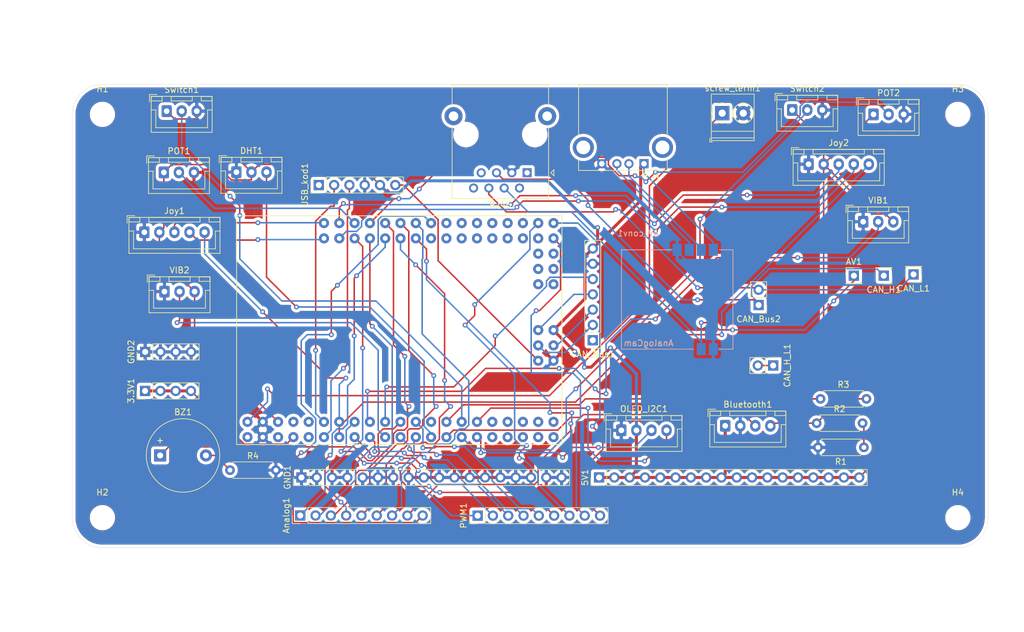
<source format=kicad_pcb>
(kicad_pcb (version 20171130) (host pcbnew "(5.1.10)-1")
  (layers (0 F.Cu signal) (31 B.Cu signal) (34 B.Paste user) (35 F.Paste user) (36 B.SilkS user) (37 F.SilkS user) (38 B.Mask user) (39 F.Mask user) (44 Edge.Cuts user))
  (net 0 "")
  (net 1 3.3V)
  (net 2 VBUS)
  (net 3 A5)
  (net 4 A7)
  (net 5 A8)
  (net 6 A9)
  (net 7 A10)
  (net 8 A11)
  (net 9 A12)
  (net 10 A13)
  (net 11 A14)
  (net 12 AV)
  (net 13 AD-)
  (net 14 AD+)
  (net 15 GND)
  (net 16 TX)
  (net 17 RX)
  (net 18 D10)
  (net 19 "Net-(BZ1-Pad2)")
  (net 20 /INT)
  (net 21 /SCK)
  (net 22 /SI)
  (net 23 /SO)
  (net 24 /D8)
  (net 25 /CAN_L)
  (net 26 /CAN_H)
  (net 27 "Net-(CAN_H_L1-Pad1)")
  (net 28 /D15)
  (net 29 "Net-(J1-Pad5)")
  (net 30 /SW)
  (net 31 /A1)
  (net 32 /A0)
  (net 33 /SDA)
  (net 34 /SCL)
  (net 35 /A4)
  (net 36 /A6)
  (net 37 D46)
  (net 38 D45)
  (net 39 D44)
  (net 40 D13)
  (net 41 D12)
  (net 42 D11)
  (net 43 D7)
  (net 44 D5)
  (net 45 D4)
  (net 46 "Net-(R1-Pad1)")
  (net 47 "Net-(R3-Pad1)")
  (net 48 "Net-(RJ45-Pad7)")
  (net 49 "Net-(RJ45-Pad1)")
  (net 50 "Net-(RJ45-Pad2)")
  (net 51 "Net-(RJ45-Pad8)")
  (net 52 VIN)
  (net 53 /D18)
  (net 54 /D19)
  (net 55 "Net-(U1-PadRST)")
  (net 56 "Net-(U1-PadAREF)")
  (net 57 /D9)
  (net 58 /D6)
  (net 59 "Net-(U1-PadD14)")
  (net 60 "Net-(U1-PadD23)")
  (net 61 "Net-(U1-PadD25)")
  (net 62 "Net-(U1-PadD27)")
  (net 63 "Net-(U1-PadD29)")
  (net 64 "Net-(U1-PadD31)")
  (net 65 "Net-(U1-PadD30)")
  (net 66 "Net-(U1-PadD28)")
  (net 67 "Net-(U1-PadD26)")
  (net 68 "Net-(U1-PadD24)")
  (net 69 "Net-(U1-PadD22)")
  (net 70 "Net-(U1-PadA15)")
  (net 71 "Net-(U1-PadD32)")
  (net 72 "Net-(U1-PadD33)")
  (net 73 "Net-(U1-PadD34)")
  (net 74 "Net-(U1-PadD35)")
  (net 75 "Net-(U1-PadD36)")
  (net 76 "Net-(U1-PadD37)")
  (net 77 "Net-(U1-PadD38)")
  (net 78 "Net-(U1-PadD39)")
  (net 79 "Net-(U1-PadD40)")
  (net 80 "Net-(U1-PadD41)")
  (net 81 "Net-(U1-PadD42)")
  (net 82 "Net-(U1-PadD43)")
  (net 83 "Net-(U1-PadD45)")
  (net 84 "Net-(U1-PadD48)")
  (net 85 "Net-(U1-PadD49)")
  (net 86 "Net-(U1-PadD51)")
  (net 87 "Net-(U1-PadD50)")
  (net 88 "Net-(U1-PadD52)")
  (net 89 "Net-(U1-PadD53)")
  (net 90 DTR)
  (net 91 "Net-(USB_kod1-Pad1)")
  (module Connector_PinHeader_2.54mm:PinHeader_1x04_P2.54mm_Vertical (layer F.Cu) (at 64.08 89.94 90)
    (fp_text reference 3.3V1 (at 0 -2.33 90) (layer F.SilkS))
    (fp_text value Conn_01x04)
    (pad 4 thru_hole oval (at 0 7.62 90) (size 1.7 1.7) (drill 1) (layers *.Cu *.Mask) (net 1 3.3V))
    (pad 3 thru_hole oval (at 0 5.08 90) (size 1.7 1.7) (drill 1) (layers *.Cu *.Mask) (net 1 3.3V))
    (pad 2 thru_hole oval (at 0 2.54 90) (size 1.7 1.7) (drill 1) (layers *.Cu *.Mask) (net 1 3.3V))
    (pad 1 thru_hole rect (at 0 0 90) (size 1.7 1.7) (drill 1) (layers *.Cu *.Mask) (net 1 3.3V))
  )
  (module Connector_PinHeader_2.54mm:PinHeader_1x18_P2.54mm_Vertical (layer F.Cu) (at 139.44 104.32 90)
    (fp_text reference 5V1 (at 0 -2.33 90) (layer F.SilkS))
    (fp_text value Conn_01x18)
    (pad 1 thru_hole rect (at 0 0 90) (size 1.7 1.7) (drill 1) (layers *.Cu *.Mask) (net 2 VBUS))
    (pad 2 thru_hole oval (at 0 2.54 90) (size 1.7 1.7) (drill 1) (layers *.Cu *.Mask) (net 2 VBUS))
    (pad 3 thru_hole oval (at 0 5.08 90) (size 1.7 1.7) (drill 1) (layers *.Cu *.Mask) (net 2 VBUS))
    (pad 4 thru_hole oval (at 0 7.62 90) (size 1.7 1.7) (drill 1) (layers *.Cu *.Mask) (net 2 VBUS))
    (pad 5 thru_hole oval (at 0 10.16 90) (size 1.7 1.7) (drill 1) (layers *.Cu *.Mask) (net 2 VBUS))
    (pad 6 thru_hole oval (at 0 12.7 90) (size 1.7 1.7) (drill 1) (layers *.Cu *.Mask) (net 2 VBUS))
    (pad 7 thru_hole oval (at 0 15.24 90) (size 1.7 1.7) (drill 1) (layers *.Cu *.Mask) (net 2 VBUS))
    (pad 8 thru_hole oval (at 0 17.78 90) (size 1.7 1.7) (drill 1) (layers *.Cu *.Mask) (net 2 VBUS))
    (pad 9 thru_hole oval (at 0 20.32 90) (size 1.7 1.7) (drill 1) (layers *.Cu *.Mask) (net 2 VBUS))
    (pad 10 thru_hole oval (at 0 22.86 90) (size 1.7 1.7) (drill 1) (layers *.Cu *.Mask) (net 2 VBUS))
    (pad 11 thru_hole oval (at 0 25.4 90) (size 1.7 1.7) (drill 1) (layers *.Cu *.Mask) (net 2 VBUS))
    (pad 12 thru_hole oval (at 0 27.94 90) (size 1.7 1.7) (drill 1) (layers *.Cu *.Mask) (net 2 VBUS))
    (pad 13 thru_hole oval (at 0 30.48 90) (size 1.7 1.7) (drill 1) (layers *.Cu *.Mask) (net 2 VBUS))
    (pad 14 thru_hole oval (at 0 33.02 90) (size 1.7 1.7) (drill 1) (layers *.Cu *.Mask) (net 2 VBUS))
    (pad 15 thru_hole oval (at 0 35.56 90) (size 1.7 1.7) (drill 1) (layers *.Cu *.Mask) (net 2 VBUS))
    (pad 16 thru_hole oval (at 0 38.1 90) (size 1.7 1.7) (drill 1) (layers *.Cu *.Mask) (net 2 VBUS))
    (pad 17 thru_hole oval (at 0 40.64 90) (size 1.7 1.7) (drill 1) (layers *.Cu *.Mask) (net 2 VBUS))
    (pad 18 thru_hole oval (at 0 43.18 90) (size 1.7 1.7) (drill 1) (layers *.Cu *.Mask) (net 2 VBUS))
  )
  (module Connector_PinHeader_2.54mm:PinHeader_1x09_P2.54mm_Vertical (layer F.Cu) (at 89.84 110.64 90)
    (fp_text reference Analog1 (at 0 -2.33 90) (layer F.SilkS))
    (fp_text value Conn_01x09)
    (pad 1 thru_hole rect (at 0 0 90) (size 1.7 1.7) (drill 1) (layers *.Cu *.Mask) (net 3 A5))
    (pad 2 thru_hole oval (at 0 2.54 90) (size 1.7 1.7) (drill 1) (layers *.Cu *.Mask) (net 4 A7))
    (pad 3 thru_hole oval (at 0 5.08 90) (size 1.7 1.7) (drill 1) (layers *.Cu *.Mask) (net 5 A8))
    (pad 4 thru_hole oval (at 0 7.62 90) (size 1.7 1.7) (drill 1) (layers *.Cu *.Mask) (net 6 A9))
    (pad 5 thru_hole oval (at 0 10.16 90) (size 1.7 1.7) (drill 1) (layers *.Cu *.Mask) (net 7 A10))
    (pad 6 thru_hole oval (at 0 12.7 90) (size 1.7 1.7) (drill 1) (layers *.Cu *.Mask) (net 8 A11))
    (pad 7 thru_hole oval (at 0 15.24 90) (size 1.7 1.7) (drill 1) (layers *.Cu *.Mask) (net 9 A12))
    (pad 8 thru_hole oval (at 0 17.78 90) (size 1.7 1.7) (drill 1) (layers *.Cu *.Mask) (net 10 A13))
    (pad 9 thru_hole oval (at 0 20.32 90) (size 1.7 1.7) (drill 1) (layers *.Cu *.Mask) (net 11 A14))
  )
  (module Connector_PinHeader_2.54mm:PinHeader_1x01_P2.54mm_Vertical (layer F.Cu) (at 181.74 70.8)
    (fp_text reference AV1 (at 0 -2.33) (layer F.SilkS))
    (fp_text value Conn_01x01)
    (pad 1 thru_hole rect (at 0 0) (size 1.7 1.7) (drill 1) (layers *.Cu *.Mask) (net 12 AV))
  )
  (module analog_cam:Analog-cam (layer B.Cu) (at 152.66 66.5)
    (fp_text reference AV_conv1 (at -6.75 -2.75) (layer B.SilkS) (effects (justify mirror)))
    (fp_text value Conn_01x06)
    (fp_text user AnalogCam (at -5 15.5) (layer B.SilkS) (effects (justify mirror)))
    (pad 4 smd rect (at 5.75 0) (size 1.5 2) (layers B.Cu B.Paste B.Mask) (net 2 VBUS))
    (pad 3 smd rect (at 3.75 0) (size 1.5 2) (layers B.Cu B.Paste B.Mask) (net 13 AD-))
    (pad 2 smd rect (at 1.75 0) (size 1.5 2) (layers B.Cu B.Paste B.Mask) (net 14 AD+))
    (pad 1 smd rect (at -0.25 0) (size 1.5 2) (layers B.Cu B.Paste B.Mask) (net 15 GND))
    (pad 6 smd rect (at 5.75 16.5) (size 1.5 2) (layers B.Cu B.Paste B.Mask) (net 15 GND))
    (pad 5 smd rect (at 3.75 16.5) (size 1.5 2) (layers B.Cu B.Paste B.Mask) (net 12 AV))
  )
  (module Connector_JST:JST_XH_B4B-XH-A_1x04_P2.50mm_Vertical (layer F.Cu) (at 160.38 95.74)
    (fp_text reference Bluetooth1 (at 3.75 -3.55) (layer F.SilkS))
    (fp_text value Conn_01x04)
    (pad 1 thru_hole roundrect (at 0 0) (size 1.7 1.95) (drill 0.95) (layers *.Cu *.Mask) (roundrect_rratio 0.147059) (net 2 VBUS))
    (pad 2 thru_hole oval (at 2.5 0) (size 1.7 1.95) (drill 0.95) (layers *.Cu *.Mask) (net 15 GND))
    (pad 3 thru_hole oval (at 5 0) (size 1.7 1.95) (drill 0.95) (layers *.Cu *.Mask) (net 16 TX))
    (pad 4 thru_hole oval (at 7.5 0) (size 1.7 1.95) (drill 0.95) (layers *.Cu *.Mask) (net 17 RX))
  )
  (module Buzzer_Beeper:Buzzer_12x9.5RM7.6 (layer F.Cu) (at 66.58 100.66)
    (fp_text reference BZ1 (at 3.8 -7.2) (layer F.SilkS))
    (fp_text value Buzzer)
    (fp_text user + (at -0.01 -2.54) (layer F.SilkS))
    (pad 1 thru_hole rect (at 0 0) (size 2 2) (drill 1) (layers *.Cu *.Mask) (net 18 D10))
    (pad 2 thru_hole circle (at 7.6 0) (size 2 2) (drill 1) (layers *.Cu *.Mask) (net 19 "Net-(BZ1-Pad2)"))
  )
  (module Connector_PinHeader_2.54mm:PinHeader_1x07_P2.54mm_Vertical (layer F.Cu) (at 138.4 81.52 180)
    (fp_text reference CAN_Bus1 (at 0 -2.33) (layer F.SilkS))
    (fp_text value Conn_01x07)
    (pad 1 thru_hole rect (at 0 0 180) (size 1.7 1.7) (drill 1) (layers *.Cu *.Mask) (net 20 /INT))
    (pad 2 thru_hole oval (at 0 2.54 180) (size 1.7 1.7) (drill 1) (layers *.Cu *.Mask) (net 21 /SCK))
    (pad 3 thru_hole oval (at 0 5.08 180) (size 1.7 1.7) (drill 1) (layers *.Cu *.Mask) (net 22 /SI))
    (pad 4 thru_hole oval (at 0 7.62 180) (size 1.7 1.7) (drill 1) (layers *.Cu *.Mask) (net 23 /SO))
    (pad 5 thru_hole oval (at 0 10.16 180) (size 1.7 1.7) (drill 1) (layers *.Cu *.Mask) (net 24 /D8))
    (pad 6 thru_hole oval (at 0 12.7 180) (size 1.7 1.7) (drill 1) (layers *.Cu *.Mask) (net 15 GND))
    (pad 7 thru_hole oval (at 0 15.24 180) (size 1.7 1.7) (drill 1) (layers *.Cu *.Mask) (net 2 VBUS))
  )
  (module Connector_PinHeader_2.54mm:PinHeader_1x02_P2.54mm_Vertical (layer F.Cu) (at 165.92 75.68 180)
    (fp_text reference CAN_Bus2 (at 0 -2.33) (layer F.SilkS))
    (fp_text value Conn_01x02)
    (pad 2 thru_hole oval (at 0 2.54 180) (size 1.7 1.7) (drill 1) (layers *.Cu *.Mask) (net 25 /CAN_L))
    (pad 1 thru_hole rect (at 0 0 180) (size 1.7 1.7) (drill 1) (layers *.Cu *.Mask) (net 26 /CAN_H))
  )
  (module Connector_PinHeader_2.54mm:PinHeader_1x01_P2.54mm_Vertical (layer F.Cu) (at 186.7 70.8 180)
    (fp_text reference CAN_H1 (at 0 -2.33) (layer F.SilkS))
    (fp_text value Conn_01x01)
    (pad 1 thru_hole rect (at 0 0 180) (size 1.7 1.7) (drill 1) (layers *.Cu *.Mask) (net 26 /CAN_H))
  )
  (module Connector_PinHeader_2.54mm:PinHeader_1x02_P2.54mm_Vertical (layer F.Cu) (at 168.34 85.72 270)
    (fp_text reference CAN_H_L1 (at 0 -2.33 90) (layer F.SilkS))
    (fp_text value Conn_01x02)
    (pad 1 thru_hole rect (at 0 0 270) (size 1.7 1.7) (drill 1) (layers *.Cu *.Mask) (net 27 "Net-(CAN_H_L1-Pad1)"))
    (pad 2 thru_hole oval (at 0 2.54 270) (size 1.7 1.7) (drill 1) (layers *.Cu *.Mask) (net 27 "Net-(CAN_H_L1-Pad1)"))
  )
  (module Connector_PinHeader_2.54mm:PinHeader_1x01_P2.54mm_Vertical (layer F.Cu) (at 191.64 70.58 180)
    (fp_text reference CAN_L1 (at 0 -2.33) (layer F.SilkS))
    (fp_text value Conn_01x01)
    (pad 1 thru_hole rect (at 0 0 180) (size 1.7 1.7) (drill 1) (layers *.Cu *.Mask) (net 25 /CAN_L))
  )
  (module Connector_JST:JST_XH_B3B-XH-A_1x03_P2.50mm_Vertical (layer F.Cu) (at 79.24 53.6)
    (fp_text reference DHT1 (at 2.5 -3.55) (layer F.SilkS))
    (fp_text value Conn_01x03)
    (pad 3 thru_hole oval (at 5 0) (size 1.7 1.95) (drill 0.95) (layers *.Cu *.Mask) (net 28 /D15))
    (pad 2 thru_hole oval (at 2.5 0) (size 1.7 1.95) (drill 0.95) (layers *.Cu *.Mask) (net 2 VBUS))
    (pad 1 thru_hole roundrect (at 0 0) (size 1.7 1.95) (drill 0.95) (layers *.Cu *.Mask) (roundrect_rratio 0.147059) (net 15 GND))
  )
  (module Connector_PinHeader_2.54mm:PinHeader_1x18_P2.54mm_Vertical (layer F.Cu) (at 90.04 104.32 90)
    (fp_text reference GND1 (at 0 -2.33 90) (layer F.SilkS))
    (fp_text value Conn_01x18)
    (pad 18 thru_hole oval (at 0 43.18 90) (size 1.7 1.7) (drill 1) (layers *.Cu *.Mask) (net 15 GND))
    (pad 17 thru_hole oval (at 0 40.64 90) (size 1.7 1.7) (drill 1) (layers *.Cu *.Mask) (net 15 GND))
    (pad 16 thru_hole oval (at 0 38.1 90) (size 1.7 1.7) (drill 1) (layers *.Cu *.Mask) (net 15 GND))
    (pad 15 thru_hole oval (at 0 35.56 90) (size 1.7 1.7) (drill 1) (layers *.Cu *.Mask) (net 15 GND))
    (pad 14 thru_hole oval (at 0 33.02 90) (size 1.7 1.7) (drill 1) (layers *.Cu *.Mask) (net 15 GND))
    (pad 13 thru_hole oval (at 0 30.48 90) (size 1.7 1.7) (drill 1) (layers *.Cu *.Mask) (net 15 GND))
    (pad 12 thru_hole oval (at 0 27.94 90) (size 1.7 1.7) (drill 1) (layers *.Cu *.Mask) (net 15 GND))
    (pad 11 thru_hole oval (at 0 25.4 90) (size 1.7 1.7) (drill 1) (layers *.Cu *.Mask) (net 15 GND))
    (pad 10 thru_hole oval (at 0 22.86 90) (size 1.7 1.7) (drill 1) (layers *.Cu *.Mask) (net 15 GND))
    (pad 9 thru_hole oval (at 0 20.32 90) (size 1.7 1.7) (drill 1) (layers *.Cu *.Mask) (net 15 GND))
    (pad 8 thru_hole oval (at 0 17.78 90) (size 1.7 1.7) (drill 1) (layers *.Cu *.Mask) (net 15 GND))
    (pad 7 thru_hole oval (at 0 15.24 90) (size 1.7 1.7) (drill 1) (layers *.Cu *.Mask) (net 15 GND))
    (pad 6 thru_hole oval (at 0 12.7 90) (size 1.7 1.7) (drill 1) (layers *.Cu *.Mask) (net 15 GND))
    (pad 5 thru_hole oval (at 0 10.16 90) (size 1.7 1.7) (drill 1) (layers *.Cu *.Mask) (net 15 GND))
    (pad 4 thru_hole oval (at 0 7.62 90) (size 1.7 1.7) (drill 1) (layers *.Cu *.Mask) (net 15 GND))
    (pad 3 thru_hole oval (at 0 5.08 90) (size 1.7 1.7) (drill 1) (layers *.Cu *.Mask) (net 15 GND))
    (pad 2 thru_hole oval (at 0 2.54 90) (size 1.7 1.7) (drill 1) (layers *.Cu *.Mask) (net 15 GND))
    (pad 1 thru_hole rect (at 0 0 90) (size 1.7 1.7) (drill 1) (layers *.Cu *.Mask) (net 15 GND))
  )
  (module Connector_PinHeader_2.54mm:PinHeader_1x04_P2.54mm_Vertical (layer F.Cu) (at 64.1 83.46 90)
    (fp_text reference GND2 (at 0 -2.33 90) (layer F.SilkS))
    (fp_text value Conn_01x04)
    (pad 1 thru_hole rect (at 0 0 90) (size 1.7 1.7) (drill 1) (layers *.Cu *.Mask) (net 15 GND))
    (pad 2 thru_hole oval (at 0 2.54 90) (size 1.7 1.7) (drill 1) (layers *.Cu *.Mask) (net 15 GND))
    (pad 3 thru_hole oval (at 0 5.08 90) (size 1.7 1.7) (drill 1) (layers *.Cu *.Mask) (net 15 GND))
    (pad 4 thru_hole oval (at 0 7.62 90) (size 1.7 1.7) (drill 1) (layers *.Cu *.Mask) (net 15 GND))
  )
  (module MountingHole:MountingHole_3.2mm_M3 (layer F.Cu) (at 57 44)
    (fp_text reference H1 (at 0 -4.2) (layer F.SilkS))
    (fp_text value MountingHole)
    (pad 1 np_thru_hole circle (at 0 0) (size 3.2 3.2) (drill 3.2) (layers *.Cu *.Mask))
  )
  (module MountingHole:MountingHole_3.2mm_M3 (layer F.Cu) (at 57 111)
    (fp_text reference H2 (at 0 -4.2) (layer F.SilkS))
    (fp_text value MountingHole)
    (pad 1 np_thru_hole circle (at 0 0) (size 3.2 3.2) (drill 3.2) (layers *.Cu *.Mask))
  )
  (module MountingHole:MountingHole_3.2mm_M3 (layer F.Cu) (at 199 44)
    (fp_text reference H3 (at 0 -4.2) (layer F.SilkS))
    (fp_text value MountingHole)
    (pad 1 np_thru_hole circle (at 0 0) (size 3.2 3.2) (drill 3.2) (layers *.Cu *.Mask))
  )
  (module MountingHole:MountingHole_3.2mm_M3 (layer F.Cu) (at 199 111)
    (fp_text reference H4 (at 0 -4.2) (layer F.SilkS))
    (fp_text value MountingHole)
    (pad 1 np_thru_hole circle (at 0 0) (size 3.2 3.2) (drill 3.2) (layers *.Cu *.Mask))
  )
  (module Connector_USB:USB_A_CONNFLY_DS1095-WNR0 (layer F.Cu) (at 146.9 52.2 180)
    (fp_text reference J1 (at -1.95 -2.35) (layer F.SilkS))
    (fp_text value USB_A)
    (pad 5 thru_hole circle (at 10.07 2.71 180) (size 3.5 3.5) (drill 2.3) (layers *.Cu *.Mask) (net 29 "Net-(J1-Pad5)"))
    (pad 5 thru_hole circle (at -3.07 2.71 180) (size 3.5 3.5) (drill 2.3) (layers *.Cu *.Mask) (net 29 "Net-(J1-Pad5)"))
    (pad 1 thru_hole rect (at 0 0 180) (size 1.524 1.524) (drill 0.92) (layers *.Cu *.Mask) (net 2 VBUS))
    (pad 2 thru_hole circle (at 2.5 0 180) (size 1.524 1.524) (drill 0.92) (layers *.Cu *.Mask) (net 13 AD-))
    (pad 3 thru_hole circle (at 4.5 0 180) (size 1.524 1.524) (drill 0.92) (layers *.Cu *.Mask) (net 14 AD+))
    (pad 4 thru_hole circle (at 7 0 180) (size 1.524 1.524) (drill 0.92) (layers *.Cu *.Mask) (net 15 GND))
  )
  (module Connector_JST:JST_XH_B5B-XH-A_1x05_P2.50mm_Vertical (layer F.Cu) (at 63.96 63.58)
    (fp_text reference Joy1 (at 5 -3.55) (layer F.SilkS))
    (fp_text value Conn_01x05)
    (pad 5 thru_hole oval (at 10 0) (size 1.7 1.95) (drill 0.95) (layers *.Cu *.Mask) (net 30 /SW))
    (pad 4 thru_hole oval (at 7.5 0) (size 1.7 1.95) (drill 0.95) (layers *.Cu *.Mask) (net 31 /A1))
    (pad 3 thru_hole oval (at 5 0) (size 1.7 1.95) (drill 0.95) (layers *.Cu *.Mask) (net 32 /A0))
    (pad 2 thru_hole oval (at 2.5 0) (size 1.7 1.95) (drill 0.95) (layers *.Cu *.Mask) (net 2 VBUS))
    (pad 1 thru_hole roundrect (at 0 0) (size 1.7 1.95) (drill 0.95) (layers *.Cu *.Mask) (roundrect_rratio 0.147059) (net 15 GND))
  )
  (module Connector_JST:JST_XH_B5B-XH-A_1x05_P2.50mm_Vertical (layer F.Cu) (at 174.22 52.28)
    (fp_text reference Joy2 (at 5 -3.55) (layer F.SilkS))
    (fp_text value Conn_01x05)
    (pad 1 thru_hole roundrect (at 0 0) (size 1.7 1.95) (drill 0.95) (layers *.Cu *.Mask) (roundrect_rratio 0.147059) (net 15 GND))
    (pad 2 thru_hole oval (at 2.5 0) (size 1.7 1.95) (drill 0.95) (layers *.Cu *.Mask) (net 2 VBUS))
    (pad 3 thru_hole oval (at 5 0) (size 1.7 1.95) (drill 0.95) (layers *.Cu *.Mask) (net 32 /A0))
    (pad 4 thru_hole oval (at 7.5 0) (size 1.7 1.95) (drill 0.95) (layers *.Cu *.Mask) (net 31 /A1))
    (pad 5 thru_hole oval (at 10 0) (size 1.7 1.95) (drill 0.95) (layers *.Cu *.Mask) (net 30 /SW))
  )
  (module Connector_JST:JST_XH_B4B-XH-A_1x04_P2.50mm_Vertical (layer F.Cu) (at 143.14 96.48)
    (fp_text reference OLED_I2C1 (at 3.75 -3.55) (layer F.SilkS))
    (fp_text value Conn_01x04)
    (pad 4 thru_hole oval (at 7.5 0) (size 1.7 1.95) (drill 0.95) (layers *.Cu *.Mask) (net 33 /SDA))
    (pad 3 thru_hole oval (at 5 0) (size 1.7 1.95) (drill 0.95) (layers *.Cu *.Mask) (net 34 /SCL))
    (pad 2 thru_hole oval (at 2.5 0) (size 1.7 1.95) (drill 0.95) (layers *.Cu *.Mask) (net 2 VBUS))
    (pad 1 thru_hole roundrect (at 0 0) (size 1.7 1.95) (drill 0.95) (layers *.Cu *.Mask) (roundrect_rratio 0.147059) (net 15 GND))
  )
  (module Connector_JST:JST_XH_B3B-XH-A_1x03_P2.50mm_Vertical (layer F.Cu) (at 67.2 53.64)
    (fp_text reference POT1 (at 2.5 -3.55) (layer F.SilkS))
    (fp_text value Conn_01x03)
    (pad 3 thru_hole oval (at 5 0) (size 1.7 1.95) (drill 0.95) (layers *.Cu *.Mask) (net 15 GND))
    (pad 2 thru_hole oval (at 2.5 0) (size 1.7 1.95) (drill 0.95) (layers *.Cu *.Mask) (net 35 /A4))
    (pad 1 thru_hole roundrect (at 0 0) (size 1.7 1.95) (drill 0.95) (layers *.Cu *.Mask) (roundrect_rratio 0.147059) (net 2 VBUS))
  )
  (module Connector_JST:JST_XH_B3B-XH-A_1x03_P2.50mm_Vertical (layer F.Cu) (at 185 44)
    (fp_text reference POT2 (at 2.5 -3.55) (layer F.SilkS))
    (fp_text value Conn_01x03)
    (pad 1 thru_hole roundrect (at 0 0) (size 1.7 1.95) (drill 0.95) (layers *.Cu *.Mask) (roundrect_rratio 0.147059) (net 2 VBUS))
    (pad 2 thru_hole oval (at 2.5 0) (size 1.7 1.95) (drill 0.95) (layers *.Cu *.Mask) (net 36 /A6))
    (pad 3 thru_hole oval (at 5 0) (size 1.7 1.95) (drill 0.95) (layers *.Cu *.Mask) (net 15 GND))
  )
  (module Connector_PinHeader_2.54mm:PinHeader_1x09_P2.54mm_Vertical (layer F.Cu) (at 119.28 110.66 90)
    (fp_text reference PWM1 (at 0 -2.33 90) (layer F.SilkS))
    (fp_text value Conn_01x09)
    (pad 9 thru_hole oval (at 0 20.32 90) (size 1.7 1.7) (drill 1) (layers *.Cu *.Mask) (net 37 D46))
    (pad 8 thru_hole oval (at 0 17.78 90) (size 1.7 1.7) (drill 1) (layers *.Cu *.Mask) (net 38 D45))
    (pad 7 thru_hole oval (at 0 15.24 90) (size 1.7 1.7) (drill 1) (layers *.Cu *.Mask) (net 39 D44))
    (pad 6 thru_hole oval (at 0 12.7 90) (size 1.7 1.7) (drill 1) (layers *.Cu *.Mask) (net 40 D13))
    (pad 5 thru_hole oval (at 0 10.16 90) (size 1.7 1.7) (drill 1) (layers *.Cu *.Mask) (net 41 D12))
    (pad 4 thru_hole oval (at 0 7.62 90) (size 1.7 1.7) (drill 1) (layers *.Cu *.Mask) (net 42 D11))
    (pad 3 thru_hole oval (at 0 5.08 90) (size 1.7 1.7) (drill 1) (layers *.Cu *.Mask) (net 43 D7))
    (pad 2 thru_hole oval (at 0 2.54 90) (size 1.7 1.7) (drill 1) (layers *.Cu *.Mask) (net 44 D5))
    (pad 1 thru_hole rect (at 0 0 90) (size 1.7 1.7) (drill 1) (layers *.Cu *.Mask) (net 45 D4))
  )
  (module Resistor_THT:R_Axial_DIN0207_L6.3mm_D2.5mm_P7.62mm_Horizontal (layer F.Cu) (at 183.4 99.32 180)
    (fp_text reference R1 (at 3.81 -2.37) (layer F.SilkS))
    (fp_text value R)
    (pad 2 thru_hole oval (at 7.62 0 180) (size 1.6 1.6) (drill 0.8) (layers *.Cu *.Mask) (net 15 GND))
    (pad 1 thru_hole circle (at 0 0 180) (size 1.6 1.6) (drill 0.8) (layers *.Cu *.Mask) (net 46 "Net-(R1-Pad1)"))
  )
  (module Resistor_THT:R_Axial_DIN0207_L6.3mm_D2.5mm_P7.62mm_Horizontal (layer F.Cu) (at 175.56 95.3)
    (fp_text reference R2 (at 3.81 -2.37) (layer F.SilkS))
    (fp_text value R)
    (pad 1 thru_hole circle (at 0 0) (size 1.6 1.6) (drill 0.8) (layers *.Cu *.Mask) (net 17 RX))
    (pad 2 thru_hole oval (at 7.62 0) (size 1.6 1.6) (drill 0.8) (layers *.Cu *.Mask) (net 46 "Net-(R1-Pad1)"))
  )
  (module Resistor_THT:R_Axial_DIN0207_L6.3mm_D2.5mm_P7.62mm_Horizontal (layer F.Cu) (at 176.2 91.26)
    (fp_text reference R3 (at 3.81 -2.37) (layer F.SilkS))
    (fp_text value R)
    (pad 1 thru_hole circle (at 0 0) (size 1.6 1.6) (drill 0.8) (layers *.Cu *.Mask) (net 47 "Net-(R3-Pad1)"))
    (pad 2 thru_hole oval (at 7.62 0) (size 1.6 1.6) (drill 0.8) (layers *.Cu *.Mask) (net 17 RX))
  )
  (module Resistor_THT:R_Axial_DIN0207_L6.3mm_D2.5mm_P7.62mm_Horizontal (layer F.Cu) (at 78.18 103.1)
    (fp_text reference R4 (at 3.81 -2.37) (layer F.SilkS))
    (fp_text value R)
    (pad 2 thru_hole oval (at 7.62 0) (size 1.6 1.6) (drill 0.8) (layers *.Cu *.Mask) (net 15 GND))
    (pad 1 thru_hole circle (at 0 0) (size 1.6 1.6) (drill 0.8) (layers *.Cu *.Mask) (net 19 "Net-(BZ1-Pad2)"))
  )
  (module Connector_RJ:RJ45_Ninigi_GE (layer F.Cu) (at 127.5 53.7 180)
    (fp_text reference RJ45 (at 4.445 -5.34) (layer F.SilkS))
    (fp_text value RJ45)
    (pad "" np_thru_hole circle (at 10.16 6.35) (size 3.25 3.25) (drill 3.25) (layers *.Cu *.Mask))
    (pad SH thru_hole circle (at 12.215 9.4) (size 3 3) (drill 1.6) (layers *.Cu *.Mask))
    (pad "" np_thru_hole circle (at -1.27 6.35 180) (size 3.25 3.25) (drill 3.25) (layers *.Cu *.Mask))
    (pad 3 thru_hole circle (at 2.54 0) (size 1.5 1.5) (drill 0.9) (layers *.Cu *.Mask) (net 15 GND))
    (pad 5 thru_hole circle (at 5.08 0) (size 1.5 1.5) (drill 0.9) (layers *.Cu *.Mask) (net 26 /CAN_H))
    (pad 4 thru_hole circle (at 3.81 -2.54) (size 1.5 1.5) (drill 0.9) (layers *.Cu *.Mask) (net 12 AV))
    (pad 7 thru_hole circle (at 7.62 0) (size 1.5 1.5) (drill 0.9) (layers *.Cu *.Mask) (net 48 "Net-(RJ45-Pad7)"))
    (pad 1 thru_hole rect (at 0 0) (size 1.5 1.5) (drill 0.9) (layers *.Cu *.Mask) (net 49 "Net-(RJ45-Pad1)"))
    (pad 2 thru_hole circle (at 1.27 -2.54) (size 1.5 1.5) (drill 0.9) (layers *.Cu *.Mask) (net 50 "Net-(RJ45-Pad2)"))
    (pad SH thru_hole circle (at -3.325 9.4 180) (size 3 3) (drill 1.6) (layers *.Cu *.Mask))
    (pad 8 thru_hole circle (at 8.89 -2.54) (size 1.5 1.5) (drill 0.9) (layers *.Cu *.Mask) (net 51 "Net-(RJ45-Pad8)"))
    (pad 6 thru_hole circle (at 6.35 -2.54) (size 1.5 1.5) (drill 0.9) (layers *.Cu *.Mask) (net 25 /CAN_L))
  )
  (module TerminalBlock_Phoenix:TerminalBlock_Phoenix_PT-1,5-2-3.5-H_1x02_P3.50mm_Horizontal (layer F.Cu) (at 159.88 43.8)
    (fp_text reference screw_term1 (at 1.75 -4.16) (layer F.SilkS))
    (fp_text value Screw_Terminal_01x02)
    (pad 1 thru_hole rect (at 0 0) (size 2.4 2.4) (drill 1.2) (layers *.Cu *.Mask) (net 52 VIN))
    (pad 2 thru_hole circle (at 3.5 0) (size 2.4 2.4) (drill 1.2) (layers *.Cu *.Mask) (net 15 GND))
  )
  (module Connector_JST:JST_XH_B3B-XH-A_1x03_P2.50mm_Vertical (layer F.Cu) (at 67.66 43.46)
    (fp_text reference Switch1 (at 2.5 -3.55) (layer F.SilkS))
    (fp_text value Conn_01x03)
    (pad 3 thru_hole oval (at 5 0) (size 1.7 1.95) (drill 0.95) (layers *.Cu *.Mask) (net 15 GND))
    (pad 2 thru_hole oval (at 2.5 0) (size 1.7 1.95) (drill 0.95) (layers *.Cu *.Mask) (net 53 /D18))
    (pad 1 thru_hole roundrect (at 0 0) (size 1.7 1.95) (drill 0.95) (layers *.Cu *.Mask) (roundrect_rratio 0.147059) (net 2 VBUS))
  )
  (module Connector_JST:JST_XH_B3B-XH-A_1x03_P2.50mm_Vertical (layer F.Cu) (at 171.5 43.28)
    (fp_text reference Switch2 (at 2.5 -3.55) (layer F.SilkS))
    (fp_text value Conn_01x03)
    (pad 1 thru_hole roundrect (at 0 0) (size 1.7 1.95) (drill 0.95) (layers *.Cu *.Mask) (roundrect_rratio 0.147059) (net 2 VBUS))
    (pad 2 thru_hole oval (at 2.5 0) (size 1.7 1.95) (drill 0.95) (layers *.Cu *.Mask) (net 54 /D19))
    (pad 3 thru_hole oval (at 5 0) (size 1.7 1.95) (drill 0.95) (layers *.Cu *.Mask) (net 15 GND))
  )
  (module MODULE_MEGA_PRO_EMBED_CH340G_:_ATMEGA2560 (layer F.Cu) (at 106.28 79.84)
    (fp_text reference U1 (at -23.295 -19.685) (layer F.SilkS) (effects (font (thickness 0.015))))
    (fp_text value MEGA_PRO_EMBED_CH340G___ATMEGA2560)
    (pad VIN_2 thru_hole circle (at -25.2 15.24) (size 1.6764 1.6764) (drill 0.8) (layers *.Cu *.Mask) (net 52 VIN))
    (pad VIN_1 thru_hole circle (at -25.2 17.78) (size 1.6764 1.6764) (drill 0.8) (layers *.Cu *.Mask) (net 52 VIN))
    (pad GND_2 thru_hole circle (at -22.66 15.24) (size 1.6764 1.6764) (drill 0.8) (layers *.Cu *.Mask) (net 15 GND))
    (pad GND_1 thru_hole circle (at -22.66 17.78) (size 1.6764 1.6764) (drill 0.8) (layers *.Cu *.Mask) (net 15 GND))
    (pad 5V_1 thru_hole circle (at -20.12 17.78) (size 1.6764 1.6764) (drill 0.8) (layers *.Cu *.Mask) (net 2 VBUS))
    (pad 5V_2 thru_hole circle (at -20.12 15.24) (size 1.6764 1.6764) (drill 0.8) (layers *.Cu *.Mask) (net 2 VBUS))
    (pad 3V3_2 thru_hole circle (at -17.58 15.24) (size 1.6764 1.6764) (drill 0.8) (layers *.Cu *.Mask) (net 1 3.3V))
    (pad 3V3_1 thru_hole circle (at -17.58 17.78) (size 1.6764 1.6764) (drill 0.8) (layers *.Cu *.Mask) (net 1 3.3V))
    (pad RST thru_hole circle (at -15.04 17.78) (size 1.6764 1.6764) (drill 0.8) (layers *.Cu *.Mask) (net 55 "Net-(U1-PadRST)"))
    (pad AREF thru_hole circle (at -15.04 15.24) (size 1.6764 1.6764) (drill 0.8) (layers *.Cu *.Mask) (net 56 "Net-(U1-PadAREF)"))
    (pad RX thru_hole circle (at -12.5 15.24) (size 1.6764 1.6764) (drill 0.8) (layers *.Cu *.Mask) (net 17 RX))
    (pad TX thru_hole circle (at -12.5 17.78) (size 1.6764 1.6764) (drill 0.8) (layers *.Cu *.Mask) (net 16 TX))
    (pad D3 thru_hole circle (at -9.96 17.78) (size 1.6764 1.6764) (drill 0.8) (layers *.Cu *.Mask) (net 30 /SW))
    (pad D5 thru_hole circle (at -7.42 17.78) (size 1.6764 1.6764) (drill 0.8) (layers *.Cu *.Mask) (net 44 D5))
    (pad D7 thru_hole circle (at -4.88 17.78) (size 1.6764 1.6764) (drill 0.8) (layers *.Cu *.Mask) (net 43 D7))
    (pad D9 thru_hole circle (at -2.34 17.78) (size 1.6764 1.6764) (drill 0.8) (layers *.Cu *.Mask) (net 57 /D9))
    (pad D11 thru_hole circle (at 0.2 17.78) (size 1.6764 1.6764) (drill 0.8) (layers *.Cu *.Mask) (net 42 D11))
    (pad D13 thru_hole circle (at 2.74 17.78) (size 1.6764 1.6764) (drill 0.8) (layers *.Cu *.Mask) (net 40 D13))
    (pad D15 thru_hole circle (at 5.28 17.78) (size 1.6764 1.6764) (drill 0.8) (layers *.Cu *.Mask) (net 28 /D15))
    (pad D17 thru_hole circle (at 7.82 17.78) (size 1.6764 1.6764) (drill 0.8) (layers *.Cu *.Mask) (net 16 TX))
    (pad D19 thru_hole circle (at 10.36 17.78) (size 1.6764 1.6764) (drill 0.8) (layers *.Cu *.Mask) (net 54 /D19))
    (pad D21 thru_hole circle (at 12.9 17.78) (size 1.6764 1.6764) (drill 0.8) (layers *.Cu *.Mask) (net 34 /SCL))
    (pad D2 thru_hole circle (at -9.96 15.24) (size 1.6764 1.6764) (drill 0.8) (layers *.Cu *.Mask) (net 30 /SW))
    (pad D4 thru_hole circle (at -7.42 15.24) (size 1.6764 1.6764) (drill 0.8) (layers *.Cu *.Mask) (net 45 D4))
    (pad D6 thru_hole circle (at -4.88 15.24) (size 1.6764 1.6764) (drill 0.8) (layers *.Cu *.Mask) (net 58 /D6))
    (pad D8 thru_hole circle (at -2.34 15.24) (size 1.6764 1.6764) (drill 0.8) (layers *.Cu *.Mask) (net 24 /D8))
    (pad D10 thru_hole circle (at 0.2 15.24) (size 1.6764 1.6764) (drill 0.8) (layers *.Cu *.Mask) (net 18 D10))
    (pad D12 thru_hole circle (at 2.74 15.24) (size 1.6764 1.6764) (drill 0.8) (layers *.Cu *.Mask) (net 41 D12))
    (pad D14 thru_hole circle (at 5.28 15.24) (size 1.6764 1.6764) (drill 0.8) (layers *.Cu *.Mask) (net 59 "Net-(U1-PadD14)"))
    (pad D16 thru_hole circle (at 7.82 15.24) (size 1.6764 1.6764) (drill 0.8) (layers *.Cu *.Mask) (net 47 "Net-(R3-Pad1)"))
    (pad D18 thru_hole circle (at 10.36 15.24) (size 1.6764 1.6764) (drill 0.8) (layers *.Cu *.Mask) (net 53 /D18))
    (pad D20 thru_hole circle (at 12.9 15.24) (size 1.6764 1.6764) (drill 0.8) (layers *.Cu *.Mask) (net 33 /SDA))
    (pad D23 thru_hole circle (at 15.44 17.78) (size 1.6764 1.6764) (drill 0.8) (layers *.Cu *.Mask) (net 60 "Net-(U1-PadD23)"))
    (pad D25 thru_hole circle (at 17.98 17.78) (size 1.6764 1.6764) (drill 0.8) (layers *.Cu *.Mask) (net 61 "Net-(U1-PadD25)"))
    (pad D27 thru_hole circle (at 20.52 17.78) (size 1.6764 1.6764) (drill 0.8) (layers *.Cu *.Mask) (net 62 "Net-(U1-PadD27)"))
    (pad D29 thru_hole circle (at 23.06 17.78) (size 1.6764 1.6764) (drill 0.8) (layers *.Cu *.Mask) (net 63 "Net-(U1-PadD29)"))
    (pad D31 thru_hole circle (at 25.6 17.78) (size 1.6764 1.6764) (drill 0.8) (layers *.Cu *.Mask) (net 64 "Net-(U1-PadD31)"))
    (pad D30 thru_hole circle (at 25.6 15.24) (size 1.6764 1.6764) (drill 0.8) (layers *.Cu *.Mask) (net 65 "Net-(U1-PadD30)"))
    (pad D28 thru_hole circle (at 23.06 15.24) (size 1.6764 1.6764) (drill 0.8) (layers *.Cu *.Mask) (net 66 "Net-(U1-PadD28)"))
    (pad D26 thru_hole circle (at 20.52 15.24) (size 1.6764 1.6764) (drill 0.8) (layers *.Cu *.Mask) (net 67 "Net-(U1-PadD26)"))
    (pad D24 thru_hole circle (at 17.98 15.24) (size 1.6764 1.6764) (drill 0.8) (layers *.Cu *.Mask) (net 68 "Net-(U1-PadD24)"))
    (pad D22 thru_hole circle (at 15.44 15.24) (size 1.6764 1.6764) (drill 0.8) (layers *.Cu *.Mask) (net 69 "Net-(U1-PadD22)"))
    (pad A1 thru_hole circle (at -12.5 -15.24) (size 1.6764 1.6764) (drill 0.8) (layers *.Cu *.Mask) (net 31 /A1))
    (pad A0 thru_hole circle (at -12.5 -17.78) (size 1.6764 1.6764) (drill 0.8) (layers *.Cu *.Mask) (net 32 /A0))
    (pad A2 thru_hole circle (at -9.96 -17.78) (size 1.6764 1.6764) (drill 0.8) (layers *.Cu *.Mask) (net 32 /A0))
    (pad A3 thru_hole circle (at -9.96 -15.24) (size 1.6764 1.6764) (drill 0.8) (layers *.Cu *.Mask) (net 31 /A1))
    (pad A5 thru_hole circle (at -7.42 -15.24) (size 1.6764 1.6764) (drill 0.8) (layers *.Cu *.Mask) (net 3 A5))
    (pad A4 thru_hole circle (at -7.42 -17.78) (size 1.6764 1.6764) (drill 0.8) (layers *.Cu *.Mask) (net 35 /A4))
    (pad A6 thru_hole circle (at -4.88 -17.78) (size 1.6764 1.6764) (drill 0.8) (layers *.Cu *.Mask) (net 36 /A6))
    (pad A7 thru_hole circle (at -4.88 -15.24) (size 1.6764 1.6764) (drill 0.8) (layers *.Cu *.Mask) (net 4 A7))
    (pad A8 thru_hole circle (at -2.34 -17.78) (size 1.6764 1.6764) (drill 0.8) (layers *.Cu *.Mask) (net 5 A8))
    (pad A9 thru_hole circle (at -2.34 -15.24) (size 1.6764 1.6764) (drill 0.8) (layers *.Cu *.Mask) (net 6 A9))
    (pad A10 thru_hole circle (at 0.2 -17.78) (size 1.6764 1.6764) (drill 0.8) (layers *.Cu *.Mask) (net 7 A10))
    (pad A11 thru_hole circle (at 0.2 -15.24) (size 1.6764 1.6764) (drill 0.8) (layers *.Cu *.Mask) (net 8 A11))
    (pad A12 thru_hole circle (at 2.74 -17.78) (size 1.6764 1.6764) (drill 0.8) (layers *.Cu *.Mask) (net 9 A12))
    (pad A13 thru_hole circle (at 2.74 -15.24) (size 1.6764 1.6764) (drill 0.8) (layers *.Cu *.Mask) (net 10 A13))
    (pad A14 thru_hole circle (at 5.28 -17.78) (size 1.6764 1.6764) (drill 0.8) (layers *.Cu *.Mask) (net 11 A14))
    (pad A15 thru_hole circle (at 5.28 -15.24) (size 1.6764 1.6764) (drill 0.8) (layers *.Cu *.Mask) (net 70 "Net-(U1-PadA15)"))
    (pad D32 thru_hole circle (at 7.82 -17.78) (size 1.6764 1.6764) (drill 0.8) (layers *.Cu *.Mask) (net 71 "Net-(U1-PadD32)"))
    (pad D33 thru_hole circle (at 7.82 -15.24) (size 1.6764 1.6764) (drill 0.8) (layers *.Cu *.Mask) (net 72 "Net-(U1-PadD33)"))
    (pad D34 thru_hole circle (at 10.36 -17.78) (size 1.6764 1.6764) (drill 0.8) (layers *.Cu *.Mask) (net 73 "Net-(U1-PadD34)"))
    (pad D35 thru_hole circle (at 10.36 -15.24) (size 1.6764 1.6764) (drill 0.8) (layers *.Cu *.Mask) (net 74 "Net-(U1-PadD35)"))
    (pad D36 thru_hole circle (at 12.9 -17.78) (size 1.6764 1.6764) (drill 0.8) (layers *.Cu *.Mask) (net 75 "Net-(U1-PadD36)"))
    (pad D37 thru_hole circle (at 12.9 -15.24) (size 1.6764 1.6764) (drill 0.8) (layers *.Cu *.Mask) (net 76 "Net-(U1-PadD37)"))
    (pad D38 thru_hole circle (at 15.44 -17.78) (size 1.6764 1.6764) (drill 0.8) (layers *.Cu *.Mask) (net 77 "Net-(U1-PadD38)"))
    (pad D39 thru_hole circle (at 15.44 -15.24) (size 1.6764 1.6764) (drill 0.8) (layers *.Cu *.Mask) (net 78 "Net-(U1-PadD39)"))
    (pad D40 thru_hole circle (at 17.98 -17.78) (size 1.6764 1.6764) (drill 0.8) (layers *.Cu *.Mask) (net 79 "Net-(U1-PadD40)"))
    (pad D41 thru_hole circle (at 17.98 -15.24) (size 1.6764 1.6764) (drill 0.8) (layers *.Cu *.Mask) (net 80 "Net-(U1-PadD41)"))
    (pad D42 thru_hole circle (at 20.52 -17.78) (size 1.6764 1.6764) (drill 0.8) (layers *.Cu *.Mask) (net 81 "Net-(U1-PadD42)"))
    (pad D43 thru_hole circle (at 20.52 -15.24) (size 1.6764 1.6764) (drill 0.8) (layers *.Cu *.Mask) (net 82 "Net-(U1-PadD43)"))
    (pad D44 thru_hole circle (at 23.06 -17.78) (size 1.6764 1.6764) (drill 0.8) (layers *.Cu *.Mask) (net 39 D44))
    (pad D45 thru_hole circle (at 23.06 -15.24) (size 1.6764 1.6764) (drill 0.8) (layers *.Cu *.Mask) (net 83 "Net-(U1-PadD45)"))
    (pad D46 thru_hole circle (at 25.6 -17.78) (size 1.6764 1.6764) (drill 0.8) (layers *.Cu *.Mask) (net 37 D46))
    (pad D47 thru_hole circle (at 25.6 -15.24) (size 1.6764 1.6764) (drill 0.8) (layers *.Cu *.Mask) (net 38 D45))
    (pad D48 thru_hole circle (at 25.6 -12.7) (size 1.6764 1.6764) (drill 0.8) (layers *.Cu *.Mask) (net 84 "Net-(U1-PadD48)"))
    (pad D49 thru_hole circle (at 23.06 -12.7) (size 1.6764 1.6764) (drill 0.8) (layers *.Cu *.Mask) (net 85 "Net-(U1-PadD49)"))
    (pad D51 thru_hole circle (at 23.06 -10.16) (size 1.6764 1.6764) (drill 0.8) (layers *.Cu *.Mask) (net 86 "Net-(U1-PadD51)"))
    (pad D50 thru_hole circle (at 25.6 -10.16) (size 1.6764 1.6764) (drill 0.8) (layers *.Cu *.Mask) (net 87 "Net-(U1-PadD50)"))
    (pad D52 thru_hole circle (at 25.6 -7.62) (size 1.6764 1.6764) (drill 0.8) (layers *.Cu *.Mask) (net 88 "Net-(U1-PadD52)"))
    (pad D53 thru_hole circle (at 23.06 -7.62) (size 1.6764 1.6764) (drill 0.8) (layers *.Cu *.Mask) (net 89 "Net-(U1-PadD53)"))
    (pad RESET thru_hole circle (at 23.06 5.08) (size 1.6764 1.6764) (drill 0.8) (layers *.Cu *.Mask) (net 90 DTR))
    (pad GND_3 thru_hole circle (at 25.6 5.08) (size 1.6764 1.6764) (drill 0.8) (layers *.Cu *.Mask) (net 15 GND))
    (pad SCK thru_hole circle (at 23.06 2.54) (size 1.6764 1.6764) (drill 0.8) (layers *.Cu *.Mask) (net 21 /SCK))
    (pad MISO thru_hole circle (at 23.06 0) (size 1.6764 1.6764) (drill 0.8) (layers *.Cu *.Mask) (net 23 /SO))
    (pad 5V_3 thru_hole circle (at 25.6 0) (size 1.6764 1.6764) (drill 0.8) (layers *.Cu *.Mask) (net 2 VBUS))
    (pad MOSI thru_hole circle (at 25.6 2.54) (size 1.6764 1.6764) (drill 0.8) (layers *.Cu *.Mask) (net 22 /SI))
  )
  (module Connector_PinHeader_2.54mm:PinHeader_1x06_P2.54mm_Vertical (layer F.Cu) (at 92.92 55.74 90)
    (fp_text reference USB_kod1 (at 0 -2.33 90) (layer F.SilkS))
    (fp_text value Conn_01x06)
    (pad 1 thru_hole rect (at 0 0 90) (size 1.7 1.7) (drill 1) (layers *.Cu *.Mask) (net 91 "Net-(USB_kod1-Pad1)"))
    (pad 2 thru_hole oval (at 0 2.54 90) (size 1.7 1.7) (drill 1) (layers *.Cu *.Mask) (net 17 RX))
    (pad 3 thru_hole oval (at 0 5.08 90) (size 1.7 1.7) (drill 1) (layers *.Cu *.Mask) (net 16 TX))
    (pad 4 thru_hole oval (at 0 7.62 90) (size 1.7 1.7) (drill 1) (layers *.Cu *.Mask) (net 15 GND))
    (pad 5 thru_hole oval (at 0 10.16 90) (size 1.7 1.7) (drill 1) (layers *.Cu *.Mask) (net 2 VBUS))
    (pad 6 thru_hole oval (at 0 12.7 90) (size 1.7 1.7) (drill 1) (layers *.Cu *.Mask) (net 90 DTR))
  )
  (module Connector_JST:JST_XH_B3B-XH-A_1x03_P2.50mm_Vertical (layer F.Cu) (at 183.28 61.84)
    (fp_text reference VIB1 (at 2.5 -3.55) (layer F.SilkS))
    (fp_text value Conn_01x03)
    (pad 1 thru_hole roundrect (at 0 0) (size 1.7 1.95) (drill 0.95) (layers *.Cu *.Mask) (roundrect_rratio 0.147059) (net 15 GND))
    (pad 2 thru_hole oval (at 2.5 0) (size 1.7 1.95) (drill 0.95) (layers *.Cu *.Mask) (net 58 /D6))
    (pad 3 thru_hole oval (at 5 0) (size 1.7 1.95) (drill 0.95) (layers *.Cu *.Mask) (net 2 VBUS))
  )
  (module Connector_JST:JST_XH_B3B-XH-A_1x03_P2.50mm_Vertical (layer F.Cu) (at 67.3 73.44)
    (fp_text reference VIB2 (at 2.5 -3.55) (layer F.SilkS))
    (fp_text value Conn_01x03)
    (pad 1 thru_hole roundrect (at 0 0) (size 1.7 1.95) (drill 0.95) (layers *.Cu *.Mask) (roundrect_rratio 0.147059) (net 15 GND))
    (pad 2 thru_hole oval (at 2.5 0) (size 1.7 1.95) (drill 0.95) (layers *.Cu *.Mask) (net 57 /D9))
    (pad 3 thru_hole oval (at 5 0) (size 1.7 1.95) (drill 0.95) (layers *.Cu *.Mask) (net 2 VBUS))
  )
  (gr_line (start 52 111) (end 52 44) (layer Edge.Cuts) (width 0.05))
  (gr_line (start 199 116) (end 57 116) (layer Edge.Cuts) (width 0.05))
  (gr_line (start 204 44) (end 204 111) (layer Edge.Cuts) (width 0.05))
  (gr_line (start 57 39) (end 199 39) (layer Edge.Cuts) (width 0.05))
  (gr_arc (start 57 44) (end 57 39) (angle -90) (layer Edge.Cuts) (width 0.05))
  (gr_arc (start 199 44) (end 204 44) (angle -90) (layer Edge.Cuts) (width 0.05))
  (gr_arc (start 199 111) (end 199 116) (angle -90) (layer Edge.Cuts) (width 0.05))
  (gr_arc (start 57 111) (end 52 111) (angle -90) (layer Edge.Cuts) (width 0.05))
  (segment (start 64.08 89.94) (end 66.62 89.94) (width 0.5) (layer F.Cu) (net 1))
  (segment (start 69.16 89.94) (end 66.62 89.94) (width 0.5) (layer F.Cu) (net 1))
  (segment (start 71.7 89.94) (end 69.16 89.94) (width 0.5) (layer F.Cu) (net 1))
  (segment (start 80.543201 98.783201) (end 87.536799 98.783201) (width 0.25) (layer F.Cu) (net 1))
  (segment (start 71.7 89.94) (end 80.543201 98.783201) (width 0.25) (layer F.Cu) (net 1))
  (segment (start 87.536799 98.783201) (end 88.7 97.62) (width 0.25) (layer F.Cu) (net 1))
  (segment (start 72.90001 44.76001) (end 81.74 53.6) (width 0.25) (layer F.Cu) (net 2))
  (segment (start 68.96001 44.76001) (end 72.90001 44.76001) (width 0.25) (layer F.Cu) (net 2))
  (segment (start 67.66 43.46) (end 68.96001 44.76001) (width 0.25) (layer F.Cu) (net 2))
  (segment (start 68.50001 52.33999) (end 67.2 53.64) (width 0.25) (layer F.Cu) (net 2))
  (segment (start 75.8418 52.33999) (end 68.50001 52.33999) (width 0.25) (layer F.Cu) (net 2))
  (segment (start 78.40182 54.90001) (end 75.8418 52.33999) (width 0.25) (layer F.Cu) (net 2))
  (segment (start 81.66499 54.90001) (end 78.40182 54.90001) (width 0.25) (layer F.Cu) (net 2))
  (segment (start 81.74 54.825) (end 81.66499 54.90001) (width 0.25) (layer F.Cu) (net 2))
  (segment (start 81.74 53.6) (end 81.74 54.825) (width 0.25) (layer F.Cu) (net 2))
  (segment (start 67.2 62.84) (end 66.46 63.58) (width 0.25) (layer F.Cu) (net 2))
  (segment (start 67.2 53.64) (end 67.2 62.84) (width 0.25) (layer F.Cu) (net 2))
  (segment (start 66.46 67.6) (end 72.3 73.44) (width 0.25) (layer F.Cu) (net 2))
  (segment (start 66.46 63.58) (end 66.46 67.6) (width 0.25) (layer F.Cu) (net 2))
  (segment (start 72.3 81.22) (end 86.16 95.08) (width 0.25) (layer F.Cu) (net 2))
  (segment (start 72.3 73.44) (end 72.3 81.22) (width 0.25) (layer F.Cu) (net 2))
  (segment (start 139.44 104.32) (end 141.98 104.32) (width 0.5) (layer F.Cu) (net 2))
  (segment (start 141.98 104.32) (end 144.52 104.32) (width 0.5) (layer F.Cu) (net 2))
  (segment (start 144.52 104.32) (end 147.06 104.32) (width 0.5) (layer F.Cu) (net 2))
  (segment (start 147.06 104.32) (end 149.6 104.32) (width 0.5) (layer F.Cu) (net 2))
  (segment (start 149.6 104.32) (end 152.14 104.32) (width 0.5) (layer F.Cu) (net 2))
  (segment (start 182.62 104.32) (end 180.68 104.32) (width 0.5) (layer F.Cu) (net 2))
  (segment (start 180.68 104.32) (end 180.08 104.32) (width 0.5) (layer F.Cu) (net 2))
  (segment (start 180.08 104.32) (end 177.54 104.32) (width 0.5) (layer F.Cu) (net 2))
  (segment (start 177.54 104.32) (end 175 104.32) (width 0.5) (layer F.Cu) (net 2))
  (segment (start 172.46 104.32) (end 174.32 104.32) (width 0.5) (layer F.Cu) (net 2))
  (segment (start 174.32 104.32) (end 175 104.32) (width 0.5) (layer F.Cu) (net 2))
  (segment (start 172.46 104.32) (end 169.92 104.32) (width 0.5) (layer F.Cu) (net 2))
  (segment (start 169.92 104.32) (end 167.38 104.32) (width 0.5) (layer F.Cu) (net 2))
  (segment (start 167.38 104.32) (end 164.84 104.32) (width 0.5) (layer F.Cu) (net 2))
  (segment (start 164.84 104.32) (end 162.3 104.32) (width 0.5) (layer F.Cu) (net 2))
  (segment (start 159.76 104.32) (end 162.3 104.32) (width 0.5) (layer F.Cu) (net 2))
  (segment (start 159.76 104.32) (end 157.22 104.32) (width 0.5) (layer F.Cu) (net 2))
  (segment (start 157.22 104.32) (end 154.68 104.32) (width 0.5) (layer F.Cu) (net 2))
  (segment (start 154.68 104.32) (end 152.14 104.32) (width 0.5) (layer F.Cu) (net 2))
  (segment (start 145.64 103.2) (end 144.52 104.32) (width 0.5) (layer F.Cu) (net 2))
  (segment (start 145.64 96.48) (end 145.64 103.2) (width 0.5) (layer F.Cu) (net 2))
  (segment (start 160.38 103.7) (end 159.76 104.32) (width 0.5) (layer F.Cu) (net 2))
  (segment (start 160.38 95.74) (end 160.38 103.7) (width 0.5) (layer F.Cu) (net 2))
  (segment (start 137.099999 67.580001) (end 137.099999 74.620001) (width 0.5) (layer F.Cu) (net 2))
  (segment (start 137.099999 74.620001) (end 131.88 79.84) (width 0.5) (layer F.Cu) (net 2))
  (segment (start 138.4 66.28) (end 137.099999 67.580001) (width 0.5) (layer F.Cu) (net 2))
  (segment (start 83.04001 52.29999) (end 81.74 53.6) (width 0.25) (layer F.Cu) (net 2))
  (segment (start 99.63999 52.29999) (end 83.04001 52.29999) (width 0.25) (layer F.Cu) (net 2))
  (segment (start 103.08 55.74) (end 99.63999 52.29999) (width 0.25) (layer F.Cu) (net 2))
  (segment (start 146.9 53.74) (end 146.9 52.2) (width 0.25) (layer B.Cu) (net 2))
  (segment (start 158.41 65.25) (end 146.9 53.74) (width 0.25) (layer B.Cu) (net 2))
  (segment (start 158.41 66.5) (end 158.41 65.25) (width 0.25) (layer B.Cu) (net 2))
  (segment (start 184.97999 60.53999) (end 176.72 52.28) (width 0.25) (layer F.Cu) (net 2))
  (segment (start 186.97999 60.53999) (end 184.97999 60.53999) (width 0.25) (layer F.Cu) (net 2))
  (segment (start 188.28 61.84) (end 186.97999 60.53999) (width 0.25) (layer F.Cu) (net 2))
  (segment (start 176.72 52.28) (end 185 44) (width 0.25) (layer F.Cu) (net 2))
  (segment (start 176.72 48.5) (end 171.5 43.28) (width 0.25) (layer F.Cu) (net 2))
  (segment (start 176.72 52.28) (end 176.72 48.5) (width 0.25) (layer F.Cu) (net 2))
  (segment (start 176.72 52.28) (end 176.72 78.32) (width 0.25) (layer F.Cu) (net 2))
  (segment (start 176.72 78.32) (end 186.8 88.4) (width 0.25) (layer F.Cu) (net 2))
  (segment (start 186.8 100.14) (end 182.62 104.32) (width 0.25) (layer F.Cu) (net 2))
  (segment (start 186.8 88.4) (end 186.8 100.14) (width 0.25) (layer F.Cu) (net 2))
  (via (at 137 86) (size 0.8) (drill 0.4) (layers F.Cu B.Cu) (net 2))
  (via (at 135.4 83.4) (size 0.8) (drill 0.4) (layers F.Cu B.Cu) (net 2))
  (segment (start 137 85) (end 135.4 83.4) (width 0.5) (layer B.Cu) (net 2))
  (segment (start 137 86) (end 137 85) (width 0.5) (layer B.Cu) (net 2))
  (segment (start 131.88 79.88) (end 131.88 79.84) (width 0.5) (layer F.Cu) (net 2))
  (segment (start 135.4 83.4) (end 131.88 79.88) (width 0.5) (layer F.Cu) (net 2))
  (via (at 139.2 62.8) (size 0.8) (drill 0.4) (layers F.Cu B.Cu) (net 2))
  (segment (start 139.2 65.48) (end 138.4 66.28) (width 0.5) (layer F.Cu) (net 2))
  (segment (start 139.2 62.8) (end 139.2 65.48) (width 0.5) (layer F.Cu) (net 2))
  (segment (start 104.380001 57.040001) (end 106.244001 57.040001) (width 0.5) (layer B.Cu) (net 2))
  (segment (start 108.244003 55.039999) (end 130.874314 55.039999) (width 0.5) (layer B.Cu) (net 2))
  (segment (start 106.244001 57.040001) (end 108.244003 55.039999) (width 0.5) (layer B.Cu) (net 2))
  (segment (start 130.874314 55.039999) (end 138.634315 62.8) (width 0.5) (layer B.Cu) (net 2))
  (segment (start 103.08 55.74) (end 104.380001 57.040001) (width 0.5) (layer B.Cu) (net 2))
  (segment (start 138.634315 62.8) (end 139.2 62.8) (width 0.5) (layer B.Cu) (net 2))
  (segment (start 146.349998 52.750002) (end 146.349998 58.330002) (width 0.5) (layer F.Cu) (net 2))
  (segment (start 146.349998 58.330002) (end 138.4 66.28) (width 0.5) (layer F.Cu) (net 2))
  (segment (start 146.9 52.2) (end 146.349998 52.750002) (width 0.5) (layer F.Cu) (net 2))
  (segment (start 138.12501 86) (end 141.32501 82.8) (width 0.5) (layer F.Cu) (net 2))
  (segment (start 137 86) (end 138.12501 86) (width 0.5) (layer F.Cu) (net 2))
  (segment (start 145.64 87.11499) (end 141.32501 82.8) (width 0.5) (layer B.Cu) (net 2))
  (via (at 141.32501 82.8) (size 0.8) (drill 0.4) (layers F.Cu B.Cu) (net 2))
  (segment (start 145.64 96.48) (end 145.64 87.11499) (width 0.5) (layer B.Cu) (net 2))
  (via (at 100.2 82.8) (size 0.8) (drill 0.4) (layers F.Cu B.Cu) (net 3))
  (segment (start 99.418337 98.783201) (end 100.2 98.001538) (width 0.25) (layer B.Cu) (net 3))
  (segment (start 100.2 98.001538) (end 100.2 82.8) (width 0.25) (layer B.Cu) (net 3))
  (segment (start 93.944999 103.755999) (end 98.917797 98.783201) (width 0.25) (layer B.Cu) (net 3))
  (segment (start 98.917797 98.783201) (end 99.418337 98.783201) (width 0.25) (layer B.Cu) (net 3))
  (segment (start 93.944999 106.535001) (end 93.944999 103.755999) (width 0.25) (layer B.Cu) (net 3))
  (segment (start 89.84 110.64) (end 93.944999 106.535001) (width 0.25) (layer B.Cu) (net 3))
  (segment (start 100.2 65.94) (end 98.86 64.6) (width 0.25) (layer F.Cu) (net 3))
  (segment (start 100.2 82.8) (end 100.2 65.94) (width 0.25) (layer F.Cu) (net 3))
  (via (at 101.8 79.2) (size 0.8) (drill 0.4) (layers F.Cu B.Cu) (net 4))
  (segment (start 101.4 78.8) (end 101.4 64.6) (width 0.25) (layer F.Cu) (net 4))
  (segment (start 101.8 79.2) (end 101.4 78.8) (width 0.25) (layer F.Cu) (net 4))
  (segment (start 104.525002 99.274998) (end 105.103201 98.696799) (width 0.25) (layer B.Cu) (net 4))
  (segment (start 92.38 110.64) (end 93.079002 110.64) (width 0.25) (layer B.Cu) (net 4))
  (segment (start 93.079002 110.64) (end 99.024999 104.694003) (width 0.25) (layer B.Cu) (net 4))
  (segment (start 99.024999 104.694003) (end 99.024999 102.101997) (width 0.25) (layer B.Cu) (net 4))
  (segment (start 101.851998 99.274998) (end 104.525002 99.274998) (width 0.25) (layer B.Cu) (net 4))
  (segment (start 105.103201 98.696799) (end 105.103201 82.503201) (width 0.25) (layer B.Cu) (net 4))
  (segment (start 105.103201 82.503201) (end 101.8 79.2) (width 0.25) (layer B.Cu) (net 4))
  (segment (start 99.024999 102.101997) (end 101.851998 99.274998) (width 0.25) (layer B.Cu) (net 4))
  (via (at 107.2 84.2) (size 0.8) (drill 0.4) (layers F.Cu B.Cu) (net 5))
  (segment (start 105.316799 63.436799) (end 103.94 62.06) (width 0.25) (layer F.Cu) (net 5))
  (segment (start 105.316799 82.316799) (end 105.316799 63.436799) (width 0.25) (layer F.Cu) (net 5))
  (segment (start 107.2 84.2) (end 105.316799 82.316799) (width 0.25) (layer F.Cu) (net 5))
  (segment (start 107.643201 95.920389) (end 107.643201 92.768603) (width 0.25) (layer F.Cu) (net 5))
  (segment (start 105.921663 96.456799) (end 107.106791 96.456799) (width 0.25) (layer F.Cu) (net 5))
  (segment (start 107.106791 96.456799) (end 107.643201 95.920389) (width 0.25) (layer F.Cu) (net 5))
  (segment (start 107.2 84.2) (end 107.2 91.838216) (width 0.25) (layer B.Cu) (net 5))
  (segment (start 94.92 110.64) (end 95.433002 110.64) (width 0.25) (layer F.Cu) (net 5))
  (segment (start 107.643201 92.768603) (end 107.886794 92.52501) (width 0.25) (layer F.Cu) (net 5))
  (via (at 107.886794 92.52501) (size 0.8) (drill 0.4) (layers F.Cu B.Cu) (net 5))
  (segment (start 99.024999 103.755999) (end 99.635999 103.144999) (width 0.25) (layer F.Cu) (net 5))
  (segment (start 105.316799 97.061663) (end 105.921663 96.456799) (width 0.25) (layer F.Cu) (net 5))
  (segment (start 105.316799 98.592614) (end 105.316799 97.061663) (width 0.25) (layer F.Cu) (net 5))
  (segment (start 99.024999 107.048003) (end 99.024999 103.755999) (width 0.25) (layer F.Cu) (net 5))
  (segment (start 100.764414 103.144999) (end 105.316799 98.592614) (width 0.25) (layer F.Cu) (net 5))
  (segment (start 95.433002 110.64) (end 99.024999 107.048003) (width 0.25) (layer F.Cu) (net 5))
  (segment (start 99.635999 103.144999) (end 100.764414 103.144999) (width 0.25) (layer F.Cu) (net 5))
  (segment (start 107.2 91.838216) (end 107.886794 92.52501) (width 0.25) (layer B.Cu) (net 5))
  (segment (start 97.46 109.26) (end 96.6 108.4) (width 0.25) (layer B.Cu) (net 6))
  (via (at 96.6 108.4) (size 0.8) (drill 0.4) (layers F.Cu B.Cu) (net 6))
  (segment (start 97.46 110.64) (end 97.46 109.26) (width 0.25) (layer B.Cu) (net 6))
  (via (at 94.8 100.6) (size 0.8) (drill 0.4) (layers F.Cu B.Cu) (net 6))
  (segment (start 93.944999 105.744999) (end 93.944999 101.455001) (width 0.25) (layer F.Cu) (net 6))
  (segment (start 93.944999 101.455001) (end 94.8 100.6) (width 0.25) (layer F.Cu) (net 6))
  (segment (start 96.6 108.4) (end 93.944999 105.744999) (width 0.25) (layer F.Cu) (net 6))
  (segment (start 96.878337 96.243201) (end 97.696799 95.424739) (width 0.25) (layer B.Cu) (net 6))
  (segment (start 95.975261 96.243201) (end 96.878337 96.243201) (width 0.25) (layer B.Cu) (net 6))
  (segment (start 97.696799 95.424739) (end 97.696799 89.103201) (width 0.25) (layer B.Cu) (net 6))
  (segment (start 95.156799 100.243201) (end 95.156799 97.061663) (width 0.25) (layer B.Cu) (net 6))
  (segment (start 95.156799 97.061663) (end 95.975261 96.243201) (width 0.25) (layer B.Cu) (net 6))
  (segment (start 94.8 100.6) (end 95.156799 100.243201) (width 0.25) (layer B.Cu) (net 6))
  (via (at 98.8 80.8) (size 0.8) (drill 0.4) (layers F.Cu B.Cu) (net 6))
  (segment (start 98.8 88) (end 98.8 80.8) (width 0.25) (layer B.Cu) (net 6))
  (segment (start 97.696799 89.103201) (end 98.8 88) (width 0.25) (layer B.Cu) (net 6))
  (via (at 99.2 70.8) (size 0.8) (drill 0.4) (layers F.Cu B.Cu) (net 6))
  (segment (start 98.8 71.2) (end 99.2 70.8) (width 0.25) (layer F.Cu) (net 6))
  (segment (start 98.8 80.8) (end 98.8 71.2) (width 0.25) (layer F.Cu) (net 6))
  (segment (start 103.94 66.06) (end 103.94 64.6) (width 0.25) (layer B.Cu) (net 6))
  (segment (start 99.2 70.8) (end 103.94 66.06) (width 0.25) (layer B.Cu) (net 6))
  (via (at 112 87.4) (size 0.8) (drill 0.4) (layers F.Cu B.Cu) (net 7))
  (segment (start 107.856799 63.436799) (end 106.48 62.06) (width 0.25) (layer F.Cu) (net 7))
  (segment (start 107.856799 83.256799) (end 107.856799 63.436799) (width 0.25) (layer F.Cu) (net 7))
  (segment (start 112 87.4) (end 107.856799 83.256799) (width 0.25) (layer F.Cu) (net 7))
  (segment (start 112.000001 92.125011) (end 112.4 92.52501) (width 0.25) (layer B.Cu) (net 7))
  (segment (start 101.375001 103.297782) (end 105.889625 98.783201) (width 0.25) (layer F.Cu) (net 7))
  (segment (start 107.038337 98.783201) (end 107.643201 98.178337) (width 0.25) (layer F.Cu) (net 7))
  (segment (start 107.643201 98.178337) (end 107.643201 96.556799) (width 0.25) (layer F.Cu) (net 7))
  (segment (start 107.643201 96.556799) (end 107.956799 96.243201) (width 0.25) (layer F.Cu) (net 7))
  (segment (start 107.956799 96.243201) (end 109.578337 96.243201) (width 0.25) (layer F.Cu) (net 7))
  (segment (start 110.183201 95.638337) (end 110.183201 94.741809) (width 0.25) (layer F.Cu) (net 7))
  (segment (start 112 87.4) (end 112.000001 92.125011) (width 0.25) (layer B.Cu) (net 7))
  (segment (start 109.578337 96.243201) (end 110.183201 95.638337) (width 0.25) (layer F.Cu) (net 7))
  (segment (start 100 110.64) (end 101.375001 109.264999) (width 0.25) (layer F.Cu) (net 7))
  (segment (start 101.375001 109.264999) (end 101.375001 103.297782) (width 0.25) (layer F.Cu) (net 7))
  (via (at 112.4 92.52501) (size 0.8) (drill 0.4) (layers F.Cu B.Cu) (net 7))
  (segment (start 105.889625 98.783201) (end 107.038337 98.783201) (width 0.25) (layer F.Cu) (net 7))
  (segment (start 110.183201 94.741809) (end 112.4 92.52501) (width 0.25) (layer F.Cu) (net 7))
  (via (at 113.8 88.2) (size 0.8) (drill 0.4) (layers F.Cu B.Cu) (net 8))
  (via (at 109 69) (size 0.8) (drill 0.4) (layers F.Cu B.Cu) (net 8))
  (segment (start 113.8 73.8) (end 109 69) (width 0.25) (layer F.Cu) (net 8))
  (segment (start 113.8 88.2) (end 113.8 73.8) (width 0.25) (layer F.Cu) (net 8))
  (segment (start 106.48 66.48) (end 106.48 64.6) (width 0.25) (layer B.Cu) (net 8))
  (segment (start 109 69) (end 106.48 66.48) (width 0.25) (layer B.Cu) (net 8))
  (segment (start 112.118337 98.783201) (end 112.936799 97.964739) (width 0.25) (layer F.Cu) (net 8))
  (segment (start 112.936799 94.388211) (end 114.8 92.52501) (width 0.25) (layer F.Cu) (net 8))
  (segment (start 112.936799 97.964739) (end 112.936799 94.388211) (width 0.25) (layer F.Cu) (net 8))
  (segment (start 111.001663 98.783201) (end 112.118337 98.783201) (width 0.25) (layer F.Cu) (net 8))
  (via (at 114.8 92.52501) (size 0.8) (drill 0.4) (layers F.Cu B.Cu) (net 8))
  (segment (start 104.104999 109.075001) (end 104.104999 102.172) (width 0.25) (layer F.Cu) (net 8))
  (segment (start 110.69346 98.474998) (end 111.001663 98.783201) (width 0.25) (layer F.Cu) (net 8))
  (segment (start 110.051998 98.474998) (end 110.69346 98.474998) (width 0.25) (layer F.Cu) (net 8))
  (segment (start 109.743795 98.783201) (end 110.051998 98.474998) (width 0.25) (layer F.Cu) (net 8))
  (segment (start 107.743795 98.783201) (end 109.743795 98.783201) (width 0.25) (layer F.Cu) (net 8))
  (segment (start 107.009743 99.517253) (end 107.743795 98.783201) (width 0.25) (layer F.Cu) (net 8))
  (segment (start 102.54 110.64) (end 104.104999 109.075001) (width 0.25) (layer F.Cu) (net 8))
  (segment (start 113.8 91.52501) (end 114.8 92.52501) (width 0.25) (layer B.Cu) (net 8))
  (segment (start 106.759746 99.517253) (end 107.009743 99.517253) (width 0.25) (layer F.Cu) (net 8))
  (segment (start 113.8 88.2) (end 113.8 91.52501) (width 0.25) (layer B.Cu) (net 8))
  (segment (start 104.104999 102.172) (end 106.759746 99.517253) (width 0.25) (layer F.Cu) (net 8))
  (segment (start 117.198337 96.243201) (end 117.803201 95.638337) (width 0.25) (layer B.Cu) (net 9))
  (segment (start 117.803201 88.203201) (end 110.074998 80.474998) (width 0.25) (layer B.Cu) (net 9))
  (segment (start 114.616799 98.783201) (end 115.476799 97.923201) (width 0.25) (layer B.Cu) (net 9))
  (segment (start 110.183201 63.223201) (end 109.02 62.06) (width 0.25) (layer B.Cu) (net 9))
  (segment (start 112.41153 98.783201) (end 114.616799 98.783201) (width 0.25) (layer B.Cu) (net 9))
  (segment (start 115.476799 97.923201) (end 115.476799 97.061663) (width 0.25) (layer B.Cu) (net 9))
  (segment (start 110.183201 67.943795) (end 110.183201 63.223201) (width 0.25) (layer B.Cu) (net 9))
  (segment (start 110.074998 68.051998) (end 110.183201 67.943795) (width 0.25) (layer B.Cu) (net 9))
  (segment (start 106.644999 109.075001) (end 106.644999 103.801218) (width 0.25) (layer B.Cu) (net 9))
  (segment (start 115.476799 97.061663) (end 116.295261 96.243201) (width 0.25) (layer B.Cu) (net 9))
  (segment (start 106.644999 103.801218) (end 107.456829 102.989388) (width 0.25) (layer B.Cu) (net 9))
  (segment (start 107.456829 102.76617) (end 110.062164 100.160836) (width 0.25) (layer B.Cu) (net 9))
  (segment (start 117.803201 95.638337) (end 117.803201 88.203201) (width 0.25) (layer B.Cu) (net 9))
  (segment (start 105.08 110.64) (end 106.644999 109.075001) (width 0.25) (layer B.Cu) (net 9))
  (segment (start 116.295261 96.243201) (end 117.198337 96.243201) (width 0.25) (layer B.Cu) (net 9))
  (segment (start 110.062164 100.160836) (end 111.033895 100.160836) (width 0.25) (layer B.Cu) (net 9))
  (segment (start 110.074998 80.474998) (end 110.074998 68.051998) (width 0.25) (layer B.Cu) (net 9))
  (segment (start 111.033895 100.160836) (end 112.41153 98.783201) (width 0.25) (layer B.Cu) (net 9))
  (segment (start 107.456829 102.989388) (end 107.456829 102.76617) (width 0.25) (layer B.Cu) (net 9))
  (via (at 110.8 68.4) (size 0.8) (drill 0.4) (layers F.Cu B.Cu) (net 10))
  (segment (start 110.8 66.38) (end 109.02 64.6) (width 0.25) (layer F.Cu) (net 10))
  (segment (start 110.8 68.4) (end 110.8 66.38) (width 0.25) (layer F.Cu) (net 10))
  (segment (start 134.903937 93.589918) (end 134.903937 95.198946) (width 0.25) (layer B.Cu) (net 10))
  (segment (start 134.903937 95.198946) (end 134.738066 95.364817) (width 0.25) (layer B.Cu) (net 10))
  (via (at 134.903937 93.589918) (size 0.8) (drill 0.4) (layers F.Cu B.Cu) (net 10))
  (via (at 134.738066 95.364817) (size 0.8) (drill 0.4) (layers F.Cu B.Cu) (net 10))
  (segment (start 110.8 71.459635) (end 131.284605 91.94424) (width 0.25) (layer B.Cu) (net 10))
  (segment (start 131.349513 93.589918) (end 131.284605 93.52501) (width 0.25) (layer F.Cu) (net 10))
  (via (at 131.284605 93.52501) (size 0.8) (drill 0.4) (layers F.Cu B.Cu) (net 10))
  (segment (start 110.8 68.4) (end 110.8 71.459635) (width 0.25) (layer B.Cu) (net 10))
  (segment (start 131.284605 91.94424) (end 131.284605 93.52501) (width 0.25) (layer B.Cu) (net 10))
  (segment (start 134.903937 93.589918) (end 131.349513 93.589918) (width 0.25) (layer F.Cu) (net 10))
  (segment (start 107.62 110.64) (end 112.764999 105.495001) (width 0.25) (layer F.Cu) (net 10))
  (segment (start 112.764999 105.495001) (end 128.704001 105.495001) (width 0.25) (layer F.Cu) (net 10))
  (segment (start 128.704001 105.495001) (end 129.315001 104.884001) (width 0.25) (layer F.Cu) (net 10))
  (segment (start 129.315001 104.884001) (end 129.315001 101.95236) (width 0.25) (layer F.Cu) (net 10))
  (segment (start 129.315001 101.95236) (end 134.738066 96.529295) (width 0.25) (layer F.Cu) (net 10))
  (segment (start 134.738066 96.529295) (end 134.738066 95.364817) (width 0.25) (layer F.Cu) (net 10))
  (via (at 90 100.2) (size 0.8) (drill 0.4) (layers F.Cu B.Cu) (net 11))
  (segment (start 88.664999 101.535001) (end 90 100.2) (width 0.25) (layer F.Cu) (net 11))
  (segment (start 88.664999 111.750001) (end 88.664999 101.535001) (width 0.25) (layer F.Cu) (net 11))
  (segment (start 108.984999 111.815001) (end 88.729999 111.815001) (width 0.25) (layer F.Cu) (net 11))
  (segment (start 88.729999 111.815001) (end 88.664999 111.750001) (width 0.25) (layer F.Cu) (net 11))
  (segment (start 110.16 110.64) (end 108.984999 111.815001) (width 0.25) (layer F.Cu) (net 11))
  (segment (start 92.403201 94.521663) (end 90 92.118462) (width 0.25) (layer B.Cu) (net 11))
  (segment (start 92.403201 98.362484) (end 92.403201 94.521663) (width 0.25) (layer B.Cu) (net 11))
  (segment (start 90.565685 100.2) (end 92.403201 98.362484) (width 0.25) (layer B.Cu) (net 11))
  (segment (start 90 100.2) (end 90.565685 100.2) (width 0.25) (layer B.Cu) (net 11))
  (segment (start 90 92.118462) (end 90 81.6) (width 0.25) (layer B.Cu) (net 11))
  (via (at 95 80.6) (size 0.8) (drill 0.4) (layers F.Cu B.Cu) (net 11))
  (segment (start 91 80.6) (end 95 80.6) (width 0.25) (layer B.Cu) (net 11))
  (segment (start 90 81.6) (end 91 80.6) (width 0.25) (layer B.Cu) (net 11))
  (via (at 96 72.4) (size 0.8) (drill 0.4) (layers F.Cu B.Cu) (net 11))
  (segment (start 95 73.4) (end 96 72.4) (width 0.25) (layer F.Cu) (net 11))
  (segment (start 95 80.6) (end 95 73.4) (width 0.25) (layer F.Cu) (net 11))
  (segment (start 110.396799 60.896799) (end 111.56 62.06) (width 0.25) (layer B.Cu) (net 11))
  (segment (start 103.381663 60.896799) (end 110.396799 60.896799) (width 0.25) (layer B.Cu) (net 11))
  (segment (start 102.776799 61.501663) (end 103.381663 60.896799) (width 0.25) (layer B.Cu) (net 11))
  (segment (start 102.776799 65.623201) (end 102.776799 61.501663) (width 0.25) (layer B.Cu) (net 11))
  (segment (start 96 72.4) (end 102.776799 65.623201) (width 0.25) (layer B.Cu) (net 11))
  (segment (start 156.41 81.75) (end 134.86 60.2) (width 0.25) (layer B.Cu) (net 12))
  (segment (start 156.41 83) (end 156.41 81.75) (width 0.25) (layer B.Cu) (net 12))
  (segment (start 127.65 60.2) (end 123.69 56.24) (width 0.25) (layer B.Cu) (net 12))
  (segment (start 134.86 60.2) (end 127.65 60.2) (width 0.25) (layer B.Cu) (net 12))
  (via (at 178.4 75) (size 0.8) (drill 0.4) (layers F.Cu B.Cu) (net 12))
  (segment (start 181.74 71.66) (end 178.4 75) (width 0.25) (layer F.Cu) (net 12))
  (segment (start 181.74 70.8) (end 181.74 71.66) (width 0.25) (layer F.Cu) (net 12))
  (segment (start 178.4 75) (end 176.544999 76.855001) (width 0.25) (layer B.Cu) (net 12))
  (via (at 161.6 79.8) (size 0.8) (drill 0.4) (layers F.Cu B.Cu) (net 12))
  (segment (start 173.6 79.8) (end 161.6 79.8) (width 0.25) (layer B.Cu) (net 12))
  (segment (start 176.544999 76.855001) (end 173.6 79.8) (width 0.25) (layer B.Cu) (net 12))
  (segment (start 161.6 79.8) (end 159.4 79.8) (width 0.25) (layer F.Cu) (net 12))
  (via (at 156.4 78.6) (size 0.8) (drill 0.4) (layers F.Cu B.Cu) (net 12))
  (segment (start 158.2 78.6) (end 156.4 78.6) (width 0.25) (layer F.Cu) (net 12))
  (segment (start 159.4 79.8) (end 158.2 78.6) (width 0.25) (layer F.Cu) (net 12))
  (segment (start 156.4 82.99) (end 156.41 83) (width 0.25) (layer B.Cu) (net 12))
  (segment (start 156.4 78.6) (end 156.4 82.99) (width 0.25) (layer B.Cu) (net 12))
  (segment (start 156.41 66.5) (end 156.41 66.25) (width 0.25) (layer B.Cu) (net 13))
  (segment (start 156.41 66.25) (end 144.4 54.24) (width 0.25) (layer B.Cu) (net 13))
  (segment (start 144.4 54.24) (end 144.4 52.2) (width 0.25) (layer B.Cu) (net 13))
  (segment (start 142.4 53.24) (end 142.4 52.2) (width 0.25) (layer B.Cu) (net 14))
  (segment (start 154.41 65.25) (end 142.4 53.24) (width 0.25) (layer B.Cu) (net 14))
  (segment (start 154.41 66.5) (end 154.41 65.25) (width 0.25) (layer B.Cu) (net 14))
  (segment (start 152.41 64.71) (end 139.9 52.2) (width 0.25) (layer B.Cu) (net 15))
  (segment (start 152.41 66.5) (end 152.41 64.71) (width 0.25) (layer B.Cu) (net 15))
  (segment (start 158.41 83) (end 161.4 83) (width 0.25) (layer B.Cu) (net 15))
  (segment (start 162.88 84.48) (end 162.88 95.74) (width 0.25) (layer B.Cu) (net 15))
  (segment (start 161.4 83) (end 162.88 84.48) (width 0.25) (layer B.Cu) (net 15))
  (segment (start 152.41 66.75) (end 152.41 66.5) (width 0.25) (layer B.Cu) (net 15))
  (segment (start 158.41 72.75) (end 152.41 66.75) (width 0.25) (layer B.Cu) (net 15))
  (segment (start 158.41 83) (end 158.41 72.75) (width 0.25) (layer B.Cu) (net 15))
  (via (at 97 86.2) (size 0.8) (drill 0.4) (layers F.Cu B.Cu) (net 16))
  (segment (start 94.943201 96.456799) (end 93.78 97.62) (width 0.25) (layer B.Cu) (net 16))
  (segment (start 94.943201 88.256799) (end 94.943201 96.456799) (width 0.25) (layer B.Cu) (net 16))
  (segment (start 97 86.2) (end 94.943201 88.256799) (width 0.25) (layer B.Cu) (net 16))
  (segment (start 115.263201 96.456799) (end 114.1 97.62) (width 0.25) (layer F.Cu) (net 16))
  (segment (start 132.573082 96.456799) (end 115.263201 96.456799) (width 0.25) (layer F.Cu) (net 16))
  (segment (start 134.68188 94.348001) (end 132.573082 96.456799) (width 0.25) (layer F.Cu) (net 16))
  (segment (start 163.514999 93.874999) (end 136.851999 93.874999) (width 0.25) (layer F.Cu) (net 16))
  (segment (start 165.38 95.74) (end 163.514999 93.874999) (width 0.25) (layer F.Cu) (net 16))
  (segment (start 136.851999 93.874999) (end 136.378997 94.348001) (width 0.25) (layer F.Cu) (net 16))
  (segment (start 136.378997 94.348001) (end 134.68188 94.348001) (width 0.25) (layer F.Cu) (net 16))
  (segment (start 98 55.74) (end 98 59.623) (width 0.25) (layer F.Cu) (net 16))
  (segment (start 98 59.623) (end 97.674999 59.948001) (width 0.25) (layer F.Cu) (net 16))
  (segment (start 97.674999 85.525001) (end 97 86.2) (width 0.25) (layer F.Cu) (net 16))
  (segment (start 97.674999 59.948001) (end 97.674999 85.525001) (width 0.25) (layer F.Cu) (net 16))
  (segment (start 179.6 91.26) (end 175.56 95.3) (width 0.25) (layer F.Cu) (net 17))
  (segment (start 183.82 91.26) (end 179.6 91.26) (width 0.25) (layer F.Cu) (net 17))
  (segment (start 168.32 95.3) (end 175.56 95.3) (width 0.25) (layer F.Cu) (net 17))
  (segment (start 167.88 95.74) (end 168.32 95.3) (width 0.25) (layer F.Cu) (net 17))
  (segment (start 95.46 55.74) (end 95.46 59.26) (width 0.25) (layer F.Cu) (net 17))
  (via (at 92.4 83.2) (size 0.8) (drill 0.4) (layers F.Cu B.Cu) (net 17))
  (segment (start 92.4 61.718462) (end 92.4 83.2) (width 0.25) (layer F.Cu) (net 17))
  (segment (start 94.858462 59.26) (end 92.4 61.718462) (width 0.25) (layer F.Cu) (net 17))
  (segment (start 95.46 59.26) (end 94.858462 59.26) (width 0.25) (layer F.Cu) (net 17))
  (segment (start 92.4 93.7) (end 93.78 95.08) (width 0.25) (layer B.Cu) (net 17))
  (segment (start 92.4 83.2) (end 92.4 93.7) (width 0.25) (layer B.Cu) (net 17))
  (segment (start 101.748001 101.525001) (end 102.925001 100.348001) (width 0.25) (layer F.Cu) (net 18))
  (segment (start 105.316799 96.243201) (end 106.48 95.08) (width 0.25) (layer F.Cu) (net 18))
  (segment (start 103.595261 96.243201) (end 105.316799 96.243201) (width 0.25) (layer F.Cu) (net 18))
  (segment (start 102.776799 97.061663) (end 103.595261 96.243201) (width 0.25) (layer F.Cu) (net 18))
  (segment (start 102.776799 99.503797) (end 102.776799 97.061663) (width 0.25) (layer F.Cu) (net 18))
  (segment (start 102.925001 100.348001) (end 102.925001 99.651999) (width 0.25) (layer F.Cu) (net 18))
  (segment (start 102.925001 99.651999) (end 102.776799 99.503797) (width 0.25) (layer F.Cu) (net 18))
  (segment (start 68.006788 99.233212) (end 98.76021 99.233212) (width 0.25) (layer F.Cu) (net 18))
  (segment (start 101.051999 101.525001) (end 101.748001 101.525001) (width 0.25) (layer F.Cu) (net 18))
  (segment (start 66.58 100.66) (end 68.006788 99.233212) (width 0.25) (layer F.Cu) (net 18))
  (segment (start 98.76021 99.233212) (end 101.051999 101.525001) (width 0.25) (layer F.Cu) (net 18))
  (segment (start 75.74 100.66) (end 78.18 103.1) (width 0.25) (layer F.Cu) (net 19))
  (segment (start 74.18 100.66) (end 75.74 100.66) (width 0.25) (layer F.Cu) (net 19))
  (segment (start 138.4 78.98) (end 133.836799 83.543201) (width 0.25) (layer B.Cu) (net 21))
  (segment (start 133.836799 83.543201) (end 130.503201 83.543201) (width 0.25) (layer B.Cu) (net 21))
  (segment (start 130.503201 83.543201) (end 129.34 82.38) (width 0.25) (layer B.Cu) (net 21))
  (segment (start 132.46 82.38) (end 131.88 82.38) (width 0.25) (layer B.Cu) (net 22))
  (segment (start 138.4 76.44) (end 132.46 82.38) (width 0.25) (layer B.Cu) (net 22))
  (segment (start 135.28 73.9) (end 129.34 79.84) (width 0.25) (layer B.Cu) (net 23))
  (segment (start 138.4 73.9) (end 135.28 73.9) (width 0.25) (layer B.Cu) (net 23))
  (via (at 122.2 80.8) (size 0.8) (drill 0.4) (layers F.Cu B.Cu) (net 24))
  (segment (start 122.481538 80.8) (end 122.2 80.8) (width 0.25) (layer B.Cu) (net 24))
  (segment (start 130.716799 72.564739) (end 122.481538 80.8) (width 0.25) (layer B.Cu) (net 24))
  (segment (start 130.716799 71.661663) (end 130.716799 72.564739) (width 0.25) (layer B.Cu) (net 24))
  (segment (start 131.321663 71.056799) (end 130.716799 71.661663) (width 0.25) (layer B.Cu) (net 24))
  (segment (start 138.096799 71.056799) (end 131.321663 71.056799) (width 0.25) (layer B.Cu) (net 24))
  (segment (start 138.4 71.36) (end 138.096799 71.056799) (width 0.25) (layer B.Cu) (net 24))
  (segment (start 115.32501 89.27499) (end 104.2 89.27499) (width 0.25) (layer F.Cu) (net 24))
  (segment (start 122.2 82.4) (end 115.32501 89.27499) (width 0.25) (layer F.Cu) (net 24))
  (segment (start 103.94 95.08) (end 103.94 89.53499) (width 0.25) (layer B.Cu) (net 24))
  (segment (start 122.2 80.8) (end 122.2 82.4) (width 0.25) (layer F.Cu) (net 24))
  (segment (start 103.94 89.53499) (end 104.2 89.27499) (width 0.25) (layer B.Cu) (net 24))
  (via (at 104.2 89.27499) (size 0.8) (drill 0.4) (layers F.Cu B.Cu) (net 24))
  (segment (start 189.08 73.14) (end 191.64 70.58) (width 0.25) (layer B.Cu) (net 25))
  (segment (start 165.92 73.14) (end 189.08 73.14) (width 0.25) (layer B.Cu) (net 25))
  (via (at 142.2 59.8) (size 0.8) (drill 0.4) (layers F.Cu B.Cu) (net 25))
  (via (at 155.8 72.8) (size 0.8) (drill 0.4) (layers F.Cu B.Cu) (net 25))
  (segment (start 142.8 59.8) (end 155.8 72.8) (width 0.25) (layer B.Cu) (net 25))
  (segment (start 142.2 59.8) (end 142.8 59.8) (width 0.25) (layer B.Cu) (net 25))
  (segment (start 165.58 72.8) (end 165.92 73.14) (width 0.25) (layer F.Cu) (net 25))
  (segment (start 155.8 72.8) (end 165.58 72.8) (width 0.25) (layer F.Cu) (net 25))
  (segment (start 141.800001 60.199999) (end 142.2 59.8) (width 0.25) (layer F.Cu) (net 25))
  (segment (start 124.049339 60.199999) (end 141.800001 60.199999) (width 0.25) (layer F.Cu) (net 25))
  (segment (start 121.15 57.30066) (end 124.049339 60.199999) (width 0.25) (layer F.Cu) (net 25))
  (segment (start 121.15 56.24) (end 121.15 57.30066) (width 0.25) (layer F.Cu) (net 25))
  (segment (start 165.92 75.68) (end 165.92 75.32) (width 0.25) (layer B.Cu) (net 26))
  (segment (start 185.524999 69.624999) (end 186.7 70.8) (width 0.25) (layer B.Cu) (net 26))
  (segment (start 167.695999 69.624999) (end 185.524999 69.624999) (width 0.25) (layer B.Cu) (net 26))
  (segment (start 164.744999 72.575999) (end 167.695999 69.624999) (width 0.25) (layer B.Cu) (net 26))
  (segment (start 164.744999 74.144999) (end 164.744999 72.575999) (width 0.25) (layer B.Cu) (net 26))
  (segment (start 165.92 75.32) (end 164.744999 74.144999) (width 0.25) (layer B.Cu) (net 26))
  (via (at 155.8 74.8) (size 0.8) (drill 0.4) (layers F.Cu B.Cu) (net 26))
  (segment (start 165.04 74.8) (end 165.92 75.68) (width 0.25) (layer F.Cu) (net 26))
  (segment (start 155.8 74.8) (end 165.04 74.8) (width 0.25) (layer F.Cu) (net 26))
  (via (at 137.6 59.12501) (size 0.8) (drill 0.4) (layers F.Cu B.Cu) (net 26))
  (segment (start 155.8 74.8) (end 153.27499 74.8) (width 0.25) (layer B.Cu) (net 26))
  (segment (start 123.495001 54.775001) (end 134.140686 54.775001) (width 0.25) (layer F.Cu) (net 26))
  (segment (start 122.42 53.7) (end 123.495001 54.775001) (width 0.25) (layer F.Cu) (net 26))
  (segment (start 153.27499 74.8) (end 137.6 59.12501) (width 0.25) (layer B.Cu) (net 26))
  (segment (start 134.140686 54.775001) (end 137.6 58.234315) (width 0.25) (layer F.Cu) (net 26))
  (segment (start 137.6 58.234315) (end 137.6 59.12501) (width 0.25) (layer F.Cu) (net 26))
  (segment (start 165.8 85.72) (end 168.34 85.72) (width 0.25) (layer F.Cu) (net 27))
  (via (at 89.2 76) (size 0.8) (drill 0.4) (layers F.Cu B.Cu) (net 28))
  (segment (start 84.24 71.04) (end 89.2 76) (width 0.25) (layer F.Cu) (net 28))
  (segment (start 84.24 53.6) (end 84.24 71.04) (width 0.25) (layer F.Cu) (net 28))
  (segment (start 110.396799 95.820388) (end 111.56 96.983589) (width 0.25) (layer B.Cu) (net 28))
  (segment (start 89.2 76) (end 101.4 76) (width 0.25) (layer B.Cu) (net 28))
  (segment (start 101.4 76) (end 110.396799 84.996799) (width 0.25) (layer B.Cu) (net 28))
  (segment (start 110.396799 84.996799) (end 110.396799 95.820388) (width 0.25) (layer B.Cu) (net 28))
  (segment (start 111.56 96.983589) (end 111.56 97.62) (width 0.25) (layer B.Cu) (net 28))
  (via (at 83.6 76.8) (size 0.8) (drill 0.4) (layers F.Cu B.Cu) (net 30))
  (segment (start 73.96 67.16) (end 83.6 76.8) (width 0.25) (layer B.Cu) (net 30))
  (segment (start 73.96 63.58) (end 73.96 67.16) (width 0.25) (layer B.Cu) (net 30))
  (via (at 97.4 87.8) (size 0.8) (drill 0.4) (layers F.Cu B.Cu) (net 30))
  (segment (start 94.6 87.8) (end 97.4 87.8) (width 0.25) (layer F.Cu) (net 30))
  (segment (start 83.6 76.8) (end 94.6 87.8) (width 0.25) (layer F.Cu) (net 30))
  (segment (start 97.4 87.8) (end 96.32 88.88) (width 0.25) (layer B.Cu) (net 30))
  (segment (start 96.32 88.88) (end 96.32 95.08) (width 0.25) (layer B.Cu) (net 30))
  (via (at 159.8 80.6) (size 0.8) (drill 0.4) (layers F.Cu B.Cu) (net 30))
  (segment (start 159.8 76.825) (end 159.8 80.6) (width 0.25) (layer B.Cu) (net 30))
  (segment (start 184.22 52.405) (end 159.8 76.825) (width 0.25) (layer B.Cu) (net 30))
  (segment (start 184.22 52.28) (end 184.22 52.405) (width 0.25) (layer B.Cu) (net 30))
  (segment (start 159.8 80.6) (end 146.726996 80.6) (width 0.25) (layer F.Cu) (net 30))
  (segment (start 135.526996 91.8) (end 100.418462 91.8) (width 0.25) (layer F.Cu) (net 30))
  (segment (start 100.418462 91.8) (end 96.32 95.898462) (width 0.25) (layer F.Cu) (net 30))
  (segment (start 146.726996 80.6) (end 135.526996 91.8) (width 0.25) (layer F.Cu) (net 30))
  (segment (start 96.32 95.898462) (end 96.32 97.62) (width 0.25) (layer F.Cu) (net 30))
  (via (at 82.8 64.8) (size 0.8) (drill 0.4) (layers F.Cu B.Cu) (net 31))
  (segment (start 82.71999 64.88001) (end 82.8 64.8) (width 0.25) (layer F.Cu) (net 31))
  (segment (start 72.76001 64.88001) (end 82.71999 64.88001) (width 0.25) (layer F.Cu) (net 31))
  (segment (start 71.46 63.58) (end 72.76001 64.88001) (width 0.25) (layer F.Cu) (net 31))
  (segment (start 93.58 64.8) (end 93.78 64.6) (width 0.25) (layer B.Cu) (net 31))
  (segment (start 82.8 64.8) (end 93.58 64.8) (width 0.25) (layer B.Cu) (net 31))
  (via (at 159.8 59.4) (size 0.8) (drill 0.4) (layers F.Cu B.Cu) (net 31))
  (segment (start 175.825 59.4) (end 159.8 59.4) (width 0.25) (layer B.Cu) (net 31))
  (segment (start 181.72 53.505) (end 175.825 59.4) (width 0.25) (layer B.Cu) (net 31))
  (segment (start 181.72 52.28) (end 181.72 53.505) (width 0.25) (layer B.Cu) (net 31))
  (via (at 148.8 63.4) (size 0.8) (drill 0.4) (layers F.Cu B.Cu) (net 31))
  (segment (start 152.8 59.4) (end 148.8 63.4) (width 0.25) (layer F.Cu) (net 31))
  (segment (start 159.8 59.4) (end 152.8 59.4) (width 0.25) (layer F.Cu) (net 31))
  (via (at 136 58.4) (size 0.8) (drill 0.4) (layers F.Cu B.Cu) (net 31))
  (segment (start 143.8 58.4) (end 136 58.4) (width 0.25) (layer B.Cu) (net 31))
  (segment (start 148.8 63.4) (end 143.8 58.4) (width 0.25) (layer B.Cu) (net 31))
  (segment (start 126.8 58.4) (end 125.8 59.4) (width 0.25) (layer F.Cu) (net 31))
  (via (at 125.8 59.4) (size 0.8) (drill 0.4) (layers F.Cu B.Cu) (net 31))
  (segment (start 136 58.4) (end 126.8 58.4) (width 0.25) (layer F.Cu) (net 31))
  (segment (start 97.483201 63.436799) (end 96.32 64.6) (width 0.25) (layer B.Cu) (net 31))
  (segment (start 100.023201 62.618337) (end 99.204739 63.436799) (width 0.25) (layer B.Cu) (net 31))
  (segment (start 100.023201 61.715261) (end 100.023201 62.618337) (width 0.25) (layer B.Cu) (net 31))
  (segment (start 99.204739 63.436799) (end 97.483201 63.436799) (width 0.25) (layer B.Cu) (net 31))
  (segment (start 101.938463 59.799999) (end 100.023201 61.715261) (width 0.25) (layer B.Cu) (net 31))
  (segment (start 125.400001 59.799999) (end 101.938463 59.799999) (width 0.25) (layer B.Cu) (net 31))
  (segment (start 125.8 59.4) (end 125.400001 59.799999) (width 0.25) (layer B.Cu) (net 31))
  (via (at 82.8 62) (size 0.8) (drill 0.4) (layers F.Cu B.Cu) (net 32))
  (segment (start 69.315 62) (end 82.8 62) (width 0.25) (layer F.Cu) (net 32))
  (segment (start 68.96 62.355) (end 69.315 62) (width 0.25) (layer F.Cu) (net 32))
  (segment (start 68.96 63.58) (end 68.96 62.355) (width 0.25) (layer F.Cu) (net 32))
  (segment (start 93.72 62) (end 93.78 62.06) (width 0.25) (layer B.Cu) (net 32))
  (segment (start 82.8 62) (end 93.72 62) (width 0.25) (layer B.Cu) (net 32))
  (via (at 164 57.4) (size 0.8) (drill 0.4) (layers F.Cu B.Cu) (net 32))
  (segment (start 175.325 57.4) (end 164 57.4) (width 0.25) (layer B.Cu) (net 32))
  (segment (start 179.22 53.505) (end 175.325 57.4) (width 0.25) (layer B.Cu) (net 32))
  (segment (start 179.22 52.28) (end 179.22 53.505) (width 0.25) (layer B.Cu) (net 32))
  (via (at 124.8 59) (size 0.8) (drill 0.4) (layers F.Cu B.Cu) (net 32))
  (via (at 97 58.8) (size 0.8) (drill 0.4) (layers F.Cu B.Cu) (net 32))
  (segment (start 97.2 59) (end 97 58.8) (width 0.25) (layer B.Cu) (net 32))
  (segment (start 124.8 59) (end 97.2 59) (width 0.25) (layer B.Cu) (net 32))
  (segment (start 96.32 59.48) (end 96.32 62.06) (width 0.25) (layer F.Cu) (net 32))
  (segment (start 97 58.8) (end 96.32 59.48) (width 0.25) (layer F.Cu) (net 32))
  (via (at 148.61266 62.18734) (size 0.8) (drill 0.4) (layers F.Cu B.Cu) (net 32))
  (via (at 135.552781 57.505562) (size 0.8) (drill 0.4) (layers F.Cu B.Cu) (net 32))
  (segment (start 153.4 57.4) (end 148.61266 62.18734) (width 0.25) (layer F.Cu) (net 32))
  (segment (start 143.930882 57.505562) (end 135.552781 57.505562) (width 0.25) (layer B.Cu) (net 32))
  (segment (start 164 57.4) (end 153.4 57.4) (width 0.25) (layer F.Cu) (net 32))
  (segment (start 148.61266 62.18734) (end 143.930882 57.505562) (width 0.25) (layer B.Cu) (net 32))
  (segment (start 124.8 59) (end 126.294438 57.505562) (width 0.25) (layer F.Cu) (net 32))
  (segment (start 126.294438 57.505562) (end 135.552781 57.505562) (width 0.25) (layer F.Cu) (net 32))
  (via (at 147 101.6) (size 0.8) (drill 0.4) (layers F.Cu B.Cu) (net 33))
  (segment (start 150.64 97.96) (end 147 101.6) (width 0.25) (layer F.Cu) (net 33))
  (segment (start 150.64 96.48) (end 150.64 97.96) (width 0.25) (layer F.Cu) (net 33))
  (via (at 137.6 92.8) (size 0.8) (drill 0.4) (layers F.Cu B.Cu) (net 33))
  (segment (start 147 101.6) (end 139.673064 101.6) (width 0.25) (layer B.Cu) (net 33))
  (segment (start 139.673064 101.6) (end 137.6 99.526936) (width 0.25) (layer B.Cu) (net 33))
  (segment (start 137.6 99.526936) (end 137.6 92.8) (width 0.25) (layer B.Cu) (net 33))
  (segment (start 121.46 92.8) (end 119.18 95.08) (width 0.25) (layer F.Cu) (net 33))
  (segment (start 137.6 92.8) (end 121.46 92.8) (width 0.25) (layer F.Cu) (net 33))
  (via (at 133.4 101) (size 0.8) (drill 0.4) (layers F.Cu B.Cu) (net 34))
  (via (at 119.8 100.2) (size 0.8) (drill 0.4) (layers F.Cu B.Cu) (net 34))
  (segment (start 132.6 100.2) (end 119.8 100.2) (width 0.25) (layer B.Cu) (net 34))
  (segment (start 133.4 101) (end 132.6 100.2) (width 0.25) (layer B.Cu) (net 34))
  (segment (start 119.8 98.24) (end 119.18 97.62) (width 0.25) (layer F.Cu) (net 34))
  (segment (start 119.8 100.2) (end 119.8 98.24) (width 0.25) (layer F.Cu) (net 34))
  (segment (start 135.071076 99.328924) (end 139.32501 99.328924) (width 0.25) (layer F.Cu) (net 34))
  (segment (start 148.14 96.48) (end 145.291076 99.328924) (width 0.25) (layer B.Cu) (net 34))
  (via (at 139.32501 99.328924) (size 0.8) (drill 0.4) (layers F.Cu B.Cu) (net 34))
  (segment (start 145.291076 99.328924) (end 139.32501 99.328924) (width 0.25) (layer B.Cu) (net 34))
  (segment (start 133.4 101) (end 135.071076 99.328924) (width 0.25) (layer F.Cu) (net 34))
  (segment (start 71.00001 54.94001) (end 71.00001 55.00001) (width 0.25) (layer B.Cu) (net 35))
  (segment (start 69.7 53.64) (end 71.00001 54.94001) (width 0.25) (layer B.Cu) (net 35))
  (segment (start 71.00001 55.00001) (end 75.6 59.6) (width 0.25) (layer B.Cu) (net 35))
  (segment (start 96.4 59.6) (end 98.86 62.06) (width 0.25) (layer B.Cu) (net 35))
  (segment (start 75.6 59.6) (end 96.4 59.6) (width 0.25) (layer B.Cu) (net 35))
  (segment (start 163.31819 53.6) (end 148.8 53.6) (width 0.25) (layer B.Cu) (net 36))
  (segment (start 172.82499 44.0932) (end 163.31819 53.6) (width 0.25) (layer B.Cu) (net 36))
  (via (at 148.8 53.6) (size 0.8) (drill 0.4) (layers F.Cu B.Cu) (net 36))
  (segment (start 172.82499 42.668295) (end 172.82499 44.0932) (width 0.25) (layer B.Cu) (net 36))
  (segment (start 173.513295 41.97999) (end 172.82499 42.668295) (width 0.25) (layer B.Cu) (net 36))
  (segment (start 185.47999 41.97999) (end 173.513295 41.97999) (width 0.25) (layer B.Cu) (net 36))
  (segment (start 187.5 44) (end 185.47999 41.97999) (width 0.25) (layer B.Cu) (net 36))
  (segment (start 148.8 53.6) (end 147.2 55.2) (width 0.25) (layer F.Cu) (net 36))
  (via (at 147.2 55.2) (size 0.8) (drill 0.4) (layers F.Cu B.Cu) (net 36))
  (segment (start 147.2 55.2) (end 146.4 54.4) (width 0.25) (layer B.Cu) (net 36))
  (via (at 145.4 54.2) (size 0.8) (drill 0.4) (layers F.Cu B.Cu) (net 36))
  (segment (start 145.6 54.4) (end 145.4 54.2) (width 0.25) (layer B.Cu) (net 36))
  (segment (start 146.4 54.4) (end 145.6 54.4) (width 0.25) (layer B.Cu) (net 36))
  (segment (start 139.378239 51.112999) (end 138.491238 52) (width 0.25) (layer F.Cu) (net 36))
  (segment (start 140.421761 51.112999) (end 139.378239 51.112999) (width 0.25) (layer F.Cu) (net 36))
  (segment (start 140.987001 51.678239) (end 140.421761 51.112999) (width 0.25) (layer F.Cu) (net 36))
  (segment (start 140.987001 52.395763) (end 140.987001 51.678239) (width 0.25) (layer F.Cu) (net 36))
  (segment (start 142.791238 54.2) (end 140.987001 52.395763) (width 0.25) (layer F.Cu) (net 36))
  (segment (start 145.4 54.2) (end 142.791238 54.2) (width 0.25) (layer F.Cu) (net 36))
  (via (at 109.6 56.4) (size 0.8) (drill 0.4) (layers F.Cu B.Cu) (net 36))
  (segment (start 114 52) (end 109.6 56.4) (width 0.25) (layer F.Cu) (net 36))
  (segment (start 138.491238 52) (end 114 52) (width 0.25) (layer F.Cu) (net 36))
  (via (at 106.2 58) (size 0.8) (drill 0.4) (layers F.Cu B.Cu) (net 36))
  (segment (start 108 58) (end 106.2 58) (width 0.25) (layer B.Cu) (net 36))
  (segment (start 109.6 56.4) (end 108 58) (width 0.25) (layer B.Cu) (net 36))
  (segment (start 105.46 58) (end 101.4 62.06) (width 0.25) (layer F.Cu) (net 36))
  (segment (start 106.2 58) (end 105.46 58) (width 0.25) (layer F.Cu) (net 36))
  (segment (start 140.050012 97.537623) (end 138.32501 95.812621) (width 0.25) (layer F.Cu) (net 37))
  (segment (start 140.050012 99.676926) (end 140.050012 97.537623) (width 0.25) (layer F.Cu) (net 37))
  (via (at 138.32501 95.812621) (size 0.8) (drill 0.4) (layers F.Cu B.Cu) (net 37))
  (segment (start 137.948001 101.778937) (end 140.050012 99.676926) (width 0.25) (layer F.Cu) (net 37))
  (segment (start 137.948001 109.008001) (end 137.948001 101.778937) (width 0.25) (layer F.Cu) (net 37))
  (segment (start 139.6 110.66) (end 137.948001 109.008001) (width 0.25) (layer F.Cu) (net 37))
  (segment (start 139.575001 65.715999) (end 139.575001 94.56263) (width 0.25) (layer B.Cu) (net 37))
  (segment (start 131.88 62.06) (end 135.919002 62.06) (width 0.25) (layer B.Cu) (net 37))
  (segment (start 135.919002 62.06) (end 139.575001 65.715999) (width 0.25) (layer B.Cu) (net 37))
  (segment (start 139.575001 94.56263) (end 138.32501 95.812621) (width 0.25) (layer B.Cu) (net 37))
  (via (at 129 76.6) (size 0.8) (drill 0.4) (layers F.Cu B.Cu) (net 38))
  (segment (start 133.043201 65.763201) (end 131.88 64.6) (width 0.25) (layer F.Cu) (net 38))
  (segment (start 133.043201 73.122484) (end 133.043201 65.763201) (width 0.25) (layer F.Cu) (net 38))
  (segment (start 129.565685 76.6) (end 133.043201 73.122484) (width 0.25) (layer F.Cu) (net 38))
  (segment (start 129 76.6) (end 129.565685 76.6) (width 0.25) (layer F.Cu) (net 38))
  (segment (start 128.176799 77.423201) (end 129 76.6) (width 0.25) (layer B.Cu) (net 38))
  (segment (start 135.674998 109.274998) (end 135.674998 95.051998) (width 0.25) (layer B.Cu) (net 38))
  (segment (start 137.06 110.66) (end 135.674998 109.274998) (width 0.25) (layer B.Cu) (net 38))
  (segment (start 128.176799 86.976799) (end 128.176799 77.423201) (width 0.25) (layer B.Cu) (net 38))
  (segment (start 136.349989 94.377007) (end 136.349989 88.229989) (width 0.25) (layer B.Cu) (net 38))
  (segment (start 135.096799 86.976799) (end 128.176799 86.976799) (width 0.25) (layer B.Cu) (net 38))
  (segment (start 135.674998 95.051998) (end 136.349989 94.377007) (width 0.25) (layer B.Cu) (net 38))
  (segment (start 136.349989 88.229989) (end 135.096799 86.976799) (width 0.25) (layer B.Cu) (net 38))
  (via (at 117.2 79) (size 0.8) (drill 0.4) (layers F.Cu B.Cu) (net 39))
  (via (at 118.8 75.6) (size 0.8) (drill 0.4) (layers F.Cu B.Cu) (net 39))
  (segment (start 118.8 77.4) (end 118.8 75.6) (width 0.25) (layer F.Cu) (net 39))
  (segment (start 117.2 79) (end 118.8 77.4) (width 0.25) (layer F.Cu) (net 39))
  (segment (start 127.963201 63.436799) (end 129.34 62.06) (width 0.25) (layer B.Cu) (net 39))
  (segment (start 127.963201 66.436799) (end 127.963201 63.436799) (width 0.25) (layer B.Cu) (net 39))
  (segment (start 118.8 75.6) (end 127.963201 66.436799) (width 0.25) (layer B.Cu) (net 39))
  (segment (start 125.423201 97.964739) (end 126.483441 99.024979) (width 0.25) (layer B.Cu) (net 39))
  (via (at 127.4 99.024979) (size 0.8) (drill 0.4) (layers F.Cu B.Cu) (net 39))
  (segment (start 126.765685 101.12501) (end 126.2 101.12501) (width 0.25) (layer B.Cu) (net 39))
  (segment (start 125.423201 87.223201) (end 125.423201 97.964739) (width 0.25) (layer B.Cu) (net 39))
  (segment (start 129.315001 103.674326) (end 126.765685 101.12501) (width 0.25) (layer B.Cu) (net 39))
  (segment (start 126.483441 99.024979) (end 127.4 99.024979) (width 0.25) (layer B.Cu) (net 39))
  (segment (start 134.52 110.66) (end 129.315001 105.455001) (width 0.25) (layer B.Cu) (net 39))
  (via (at 126.2 101.12501) (size 0.8) (drill 0.4) (layers F.Cu B.Cu) (net 39))
  (segment (start 126.2 101.12501) (end 126.2 100.224979) (width 0.25) (layer F.Cu) (net 39))
  (segment (start 129.315001 105.455001) (end 129.315001 103.674326) (width 0.25) (layer B.Cu) (net 39))
  (segment (start 126.2 100.224979) (end 127.4 99.024979) (width 0.25) (layer F.Cu) (net 39))
  (segment (start 117.2 79) (end 125.423201 87.223201) (width 0.25) (layer B.Cu) (net 39))
  (via (at 113 106.8) (size 0.8) (drill 0.4) (layers F.Cu B.Cu) (net 40))
  (segment (start 128.12 106.8) (end 113 106.8) (width 0.25) (layer F.Cu) (net 40))
  (segment (start 131.98 110.66) (end 128.12 106.8) (width 0.25) (layer F.Cu) (net 40))
  (via (at 111.2 105.8) (size 0.8) (drill 0.4) (layers F.Cu B.Cu) (net 40))
  (segment (start 112.2 106.8) (end 111.2 105.8) (width 0.25) (layer B.Cu) (net 40))
  (segment (start 113 106.8) (end 112.2 106.8) (width 0.25) (layer B.Cu) (net 40))
  (via (at 106.446523 102.929151) (size 0.8) (drill 0.4) (layers F.Cu B.Cu) (net 40))
  (segment (start 106.446523 103.747521) (end 106.446523 102.929151) (width 0.25) (layer F.Cu) (net 40))
  (segment (start 107.560998 105.8) (end 106.455001 104.694003) (width 0.25) (layer F.Cu) (net 40))
  (segment (start 111.2 105.8) (end 107.560998 105.8) (width 0.25) (layer F.Cu) (net 40))
  (segment (start 106.455001 104.694003) (end 106.455001 103.755999) (width 0.25) (layer F.Cu) (net 40))
  (segment (start 106.455001 103.755999) (end 106.446523 103.747521) (width 0.25) (layer F.Cu) (net 40))
  (segment (start 108.716241 97.923759) (end 109.02 97.62) (width 0.25) (layer B.Cu) (net 40))
  (segment (start 108.716241 100.659433) (end 108.716241 97.923759) (width 0.25) (layer B.Cu) (net 40))
  (segment (start 106.446523 102.929151) (end 108.716241 100.659433) (width 0.25) (layer B.Cu) (net 40))
  (segment (start 121.695001 104.884001) (end 121.695001 103.755999) (width 0.25) (layer B.Cu) (net 41))
  (segment (start 126.295999 109.484999) (end 121.695001 104.884001) (width 0.25) (layer B.Cu) (net 41))
  (segment (start 117.139002 99.2) (end 115.4 99.2) (width 0.25) (layer B.Cu) (net 41))
  (segment (start 129.44 110.66) (end 128.264999 109.484999) (width 0.25) (layer B.Cu) (net 41))
  (segment (start 128.264999 109.484999) (end 126.295999 109.484999) (width 0.25) (layer B.Cu) (net 41))
  (segment (start 121.695001 103.755999) (end 117.139002 99.2) (width 0.25) (layer B.Cu) (net 41))
  (via (at 115.4 99.2) (size 0.8) (drill 0.4) (layers F.Cu B.Cu) (net 41))
  (via (at 110.2 99.4) (size 0.8) (drill 0.4) (layers F.Cu B.Cu) (net 41))
  (segment (start 112.137949 99.4) (end 110.2 99.4) (width 0.25) (layer F.Cu) (net 41))
  (segment (start 115.4 99.2) (end 112.337949 99.2) (width 0.25) (layer F.Cu) (net 41))
  (segment (start 112.337949 99.2) (end 112.137949 99.4) (width 0.25) (layer F.Cu) (net 41))
  (segment (start 110.2 96.26) (end 109.02 95.08) (width 0.25) (layer B.Cu) (net 41))
  (segment (start 110.2 99.4) (end 110.2 96.26) (width 0.25) (layer B.Cu) (net 41))
  (segment (start 123.945997 109.484999) (end 119.344999 104.884001) (width 0.25) (layer B.Cu) (net 42))
  (segment (start 119.344999 104.018003) (end 115.886819 100.559823) (width 0.25) (layer B.Cu) (net 42))
  (segment (start 115.886819 100.559823) (end 112.480646 100.559823) (width 0.25) (layer B.Cu) (net 42))
  (segment (start 126.9 110.66) (end 126.82359 110.66) (width 0.25) (layer B.Cu) (net 42))
  (segment (start 119.344999 104.884001) (end 119.344999 104.018003) (width 0.25) (layer B.Cu) (net 42))
  (segment (start 125.648589 109.484999) (end 123.945997 109.484999) (width 0.25) (layer B.Cu) (net 42))
  (segment (start 126.82359 110.66) (end 125.648589 109.484999) (width 0.25) (layer B.Cu) (net 42))
  (via (at 112.480646 100.559823) (size 0.8) (drill 0.4) (layers F.Cu B.Cu) (net 42))
  (segment (start 108.551506 100.159824) (end 107.991231 99.599549) (width 0.25) (layer F.Cu) (net 42))
  (segment (start 112.080647 100.159824) (end 108.551506 100.159824) (width 0.25) (layer F.Cu) (net 42))
  (via (at 107.991231 99.599549) (size 0.8) (drill 0.4) (layers F.Cu B.Cu) (net 42))
  (segment (start 107.991231 99.131231) (end 107.991231 99.599549) (width 0.25) (layer B.Cu) (net 42))
  (segment (start 106.48 97.62) (end 107.991231 99.131231) (width 0.25) (layer B.Cu) (net 42))
  (segment (start 112.480646 100.559823) (end 112.080647 100.159824) (width 0.25) (layer F.Cu) (net 42))
  (via (at 110.4 101) (size 0.8) (drill 0.4) (layers F.Cu B.Cu) (net 43))
  (via (at 102.2 100) (size 0.8) (drill 0.4) (layers F.Cu B.Cu) (net 43))
  (segment (start 102.2 98.42) (end 101.4 97.62) (width 0.25) (layer F.Cu) (net 43))
  (segment (start 102.2 100) (end 102.2 98.42) (width 0.25) (layer F.Cu) (net 43))
  (segment (start 124.36 110.66) (end 119.195001 105.495001) (width 0.25) (layer B.Cu) (net 43))
  (segment (start 119.195001 105.495001) (end 117.415999 105.495001) (width 0.25) (layer B.Cu) (net 43))
  (segment (start 117.415999 105.495001) (end 116.615001 104.694003) (width 0.25) (layer B.Cu) (net 43))
  (segment (start 116.615001 104.694003) (end 116.615001 103.755999) (width 0.25) (layer B.Cu) (net 43))
  (segment (start 116.615001 103.755999) (end 114.259001 101.399999) (width 0.25) (layer B.Cu) (net 43))
  (segment (start 114.259001 101.399999) (end 110.799999 101.399999) (width 0.25) (layer B.Cu) (net 43))
  (segment (start 110.799999 101.399999) (end 110.4 101) (width 0.25) (layer B.Cu) (net 43))
  (segment (start 106.865493 100) (end 107.107747 100.242254) (width 0.25) (layer B.Cu) (net 43))
  (segment (start 110.4 101) (end 110.079063 100.679063) (width 0.25) (layer F.Cu) (net 43))
  (segment (start 110.079063 100.679063) (end 107.544556 100.679063) (width 0.25) (layer F.Cu) (net 43))
  (segment (start 107.544556 100.679063) (end 107.107747 100.242254) (width 0.25) (layer F.Cu) (net 43))
  (segment (start 102.2 100) (end 106.865493 100) (width 0.25) (layer B.Cu) (net 43))
  (via (at 107.107747 100.242254) (size 0.8) (drill 0.4) (layers F.Cu B.Cu) (net 43))
  (via (at 101.4 100.8) (size 0.8) (drill 0.4) (layers F.Cu B.Cu) (net 44))
  (segment (start 101.4 100.8) (end 101.4 100.16) (width 0.25) (layer F.Cu) (net 44))
  (segment (start 101.4 100.16) (end 98.86 97.62) (width 0.25) (layer F.Cu) (net 44))
  (segment (start 116.655001 105.495001) (end 112.335999 105.495001) (width 0.25) (layer B.Cu) (net 44))
  (via (at 109.962232 102.318495) (size 0.8) (drill 0.4) (layers F.Cu B.Cu) (net 44))
  (segment (start 111.535001 104.694003) (end 111.535001 103.325579) (width 0.25) (layer B.Cu) (net 44))
  (segment (start 121.82 110.66) (end 116.655001 105.495001) (width 0.25) (layer B.Cu) (net 44))
  (segment (start 110.527917 102.318495) (end 109.962232 102.318495) (width 0.25) (layer B.Cu) (net 44))
  (segment (start 112.335999 105.495001) (end 111.535001 104.694003) (width 0.25) (layer B.Cu) (net 44))
  (segment (start 111.535001 103.325579) (end 110.527917 102.318495) (width 0.25) (layer B.Cu) (net 44))
  (segment (start 106.316532 100.8) (end 106.645606 101.129074) (width 0.25) (layer B.Cu) (net 44))
  (via (at 106.645606 101.129074) (size 0.8) (drill 0.4) (layers F.Cu B.Cu) (net 44))
  (segment (start 101.4 100.8) (end 106.316532 100.8) (width 0.25) (layer B.Cu) (net 44))
  (segment (start 108.772811 101.129074) (end 106.645606 101.129074) (width 0.25) (layer F.Cu) (net 44))
  (segment (start 109.962232 102.318495) (end 108.772811 101.129074) (width 0.25) (layer F.Cu) (net 44))
  (via (at 96.6 100) (size 0.8) (drill 0.4) (layers F.Cu B.Cu) (net 45))
  (segment (start 97.483201 96.456799) (end 98.86 95.08) (width 0.25) (layer B.Cu) (net 45))
  (segment (start 97.483201 99.116799) (end 97.483201 96.456799) (width 0.25) (layer B.Cu) (net 45))
  (segment (start 96.6 100) (end 97.483201 99.116799) (width 0.25) (layer B.Cu) (net 45))
  (segment (start 96.6 100) (end 98.501678 100) (width 0.25) (layer F.Cu) (net 45))
  (via (at 100.460617 101.958939) (size 0.8) (drill 0.4) (layers F.Cu B.Cu) (net 45))
  (segment (start 98.501678 100) (end 100.460617 101.958939) (width 0.25) (layer F.Cu) (net 45))
  (segment (start 109.028457 104.727459) (end 109.028457 103.564134) (width 0.25) (layer B.Cu) (net 45))
  (segment (start 109.028457 103.564134) (end 109.428456 103.164135) (width 0.25) (layer B.Cu) (net 45))
  (segment (start 114.960998 110.66) (end 109.028457 104.727459) (width 0.25) (layer B.Cu) (net 45))
  (segment (start 119.28 110.66) (end 114.960998 110.66) (width 0.25) (layer B.Cu) (net 45))
  (via (at 109.428456 103.164135) (size 0.8) (drill 0.4) (layers F.Cu B.Cu) (net 45))
  (segment (start 105.830657 101.958939) (end 105.854195 101.935401) (width 0.25) (layer B.Cu) (net 45))
  (segment (start 100.460617 101.958939) (end 105.830657 101.958939) (width 0.25) (layer B.Cu) (net 45))
  (segment (start 109.428456 103.164135) (end 108.199722 101.935401) (width 0.25) (layer F.Cu) (net 45))
  (via (at 105.854195 101.935401) (size 0.8) (drill 0.4) (layers F.Cu B.Cu) (net 45))
  (segment (start 108.199722 101.935401) (end 105.854195 101.935401) (width 0.25) (layer F.Cu) (net 45))
  (segment (start 183.4 95.52) (end 183.18 95.3) (width 0.25) (layer F.Cu) (net 46))
  (segment (start 183.4 99.32) (end 183.4 95.52) (width 0.25) (layer F.Cu) (net 46))
  (segment (start 136.1864 92.250011) (end 116.929989 92.250011) (width 0.25) (layer F.Cu) (net 47))
  (segment (start 137.176411 91.26) (end 136.1864 92.250011) (width 0.25) (layer F.Cu) (net 47))
  (segment (start 176.2 91.26) (end 137.176411 91.26) (width 0.25) (layer F.Cu) (net 47))
  (segment (start 116.929989 92.250011) (end 114.1 95.08) (width 0.25) (layer F.Cu) (net 47))
  (via (at 84.4 89.6) (size 0.8) (drill 0.4) (layers F.Cu B.Cu) (net 52))
  (segment (start 84.4 91.76) (end 81.08 95.08) (width 0.25) (layer B.Cu) (net 52))
  (segment (start 84.4 89.6) (end 84.4 91.76) (width 0.25) (layer B.Cu) (net 52))
  (segment (start 136.651998 85.274998) (end 131.201994 90.725002) (width 0.25) (layer F.Cu) (net 52))
  (segment (start 147.8 74.290587) (end 136.815589 85.274998) (width 0.25) (layer F.Cu) (net 52))
  (segment (start 147.8 55.88) (end 147.8 74.290587) (width 0.25) (layer F.Cu) (net 52))
  (segment (start 136.815589 85.274998) (end 136.651998 85.274998) (width 0.25) (layer F.Cu) (net 52))
  (segment (start 159.88 43.8) (end 147.8 55.88) (width 0.25) (layer F.Cu) (net 52))
  (segment (start 131.201994 90.725002) (end 85.525002 90.725002) (width 0.25) (layer F.Cu) (net 52))
  (segment (start 85.525002 90.725002) (end 84.4 89.6) (width 0.25) (layer F.Cu) (net 52))
  (segment (start 70.16 49.56) (end 78.2 57.6) (width 0.25) (layer B.Cu) (net 53))
  (via (at 78.2 57.6) (size 0.8) (drill 0.4) (layers F.Cu B.Cu) (net 53))
  (segment (start 70.16 43.46) (end 70.16 49.56) (width 0.25) (layer B.Cu) (net 53))
  (via (at 79.8 60.8) (size 0.8) (drill 0.4) (layers F.Cu B.Cu) (net 53))
  (segment (start 79.8 59.2) (end 79.8 60.8) (width 0.25) (layer F.Cu) (net 53))
  (segment (start 78.2 57.6) (end 79.8 59.2) (width 0.25) (layer F.Cu) (net 53))
  (segment (start 79.8 60.8) (end 79.8 68) (width 0.25) (layer B.Cu) (net 53))
  (segment (start 79.8 68) (end 86.8 75) (width 0.25) (layer B.Cu) (net 53))
  (segment (start 86.8 75) (end 102.4 75) (width 0.25) (layer B.Cu) (net 53))
  (segment (start 116.64 89.24) (end 116.64 95.08) (width 0.25) (layer B.Cu) (net 53))
  (segment (start 102.4 75) (end 116.64 89.24) (width 0.25) (layer B.Cu) (net 53))
  (via (at 156.2 61.4) (size 0.8) (drill 0.4) (layers F.Cu B.Cu) (net 54))
  (segment (start 174 43.6) (end 156.2 61.4) (width 0.25) (layer B.Cu) (net 54))
  (segment (start 174 43.28) (end 174 43.6) (width 0.25) (layer B.Cu) (net 54))
  (via (at 135.6 89.6) (size 0.8) (drill 0.4) (layers F.Cu B.Cu) (net 54))
  (segment (start 131.471549 99.749989) (end 120.422993 99.749989) (width 0.25) (layer B.Cu) (net 54))
  (segment (start 118.494998 99.474998) (end 116.64 97.62) (width 0.25) (layer B.Cu) (net 54))
  (segment (start 134 91.2) (end 134 97.221538) (width 0.25) (layer B.Cu) (net 54))
  (segment (start 120.148002 99.474998) (end 118.494998 99.474998) (width 0.25) (layer B.Cu) (net 54))
  (segment (start 134 97.221538) (end 131.471549 99.749989) (width 0.25) (layer B.Cu) (net 54))
  (segment (start 135.6 89.6) (end 134 91.2) (width 0.25) (layer B.Cu) (net 54))
  (segment (start 120.422993 99.749989) (end 120.148002 99.474998) (width 0.25) (layer B.Cu) (net 54))
  (segment (start 156.2 61.4) (end 156.2 69) (width 0.25) (layer F.Cu) (net 54))
  (segment (start 156.2 69) (end 135.6 89.6) (width 0.25) (layer F.Cu) (net 54))
  (via (at 69.4 78.6) (size 0.8) (drill 0.4) (layers F.Cu B.Cu) (net 57))
  (segment (start 69.8 78.2) (end 69.4 78.6) (width 0.25) (layer F.Cu) (net 57))
  (segment (start 69.8 73.44) (end 69.8 78.2) (width 0.25) (layer F.Cu) (net 57))
  (segment (start 69.4 78.6) (end 98.2 78.6) (width 0.25) (layer B.Cu) (net 57))
  (segment (start 102.776799 96.456799) (end 103.94 97.62) (width 0.25) (layer B.Cu) (net 57))
  (segment (start 102.776799 83.176799) (end 102.776799 96.456799) (width 0.25) (layer B.Cu) (net 57))
  (segment (start 98.2 78.6) (end 102.776799 83.176799) (width 0.25) (layer B.Cu) (net 57))
  (via (at 172.4 67.8) (size 0.8) (drill 0.4) (layers F.Cu B.Cu) (net 58))
  (segment (start 181.045 67.8) (end 172.4 67.8) (width 0.25) (layer B.Cu) (net 58))
  (segment (start 185.78 63.065) (end 181.045 67.8) (width 0.25) (layer B.Cu) (net 58))
  (segment (start 185.78 61.84) (end 185.78 63.065) (width 0.25) (layer B.Cu) (net 58))
  (via (at 148.8 78) (size 0.8) (drill 0.4) (layers F.Cu B.Cu) (net 58))
  (segment (start 159 67.8) (end 148.8 78) (width 0.25) (layer F.Cu) (net 58))
  (segment (start 172.4 67.8) (end 159 67.8) (width 0.25) (layer F.Cu) (net 58))
  (via (at 140.6 90.4) (size 0.8) (drill 0.4) (layers F.Cu B.Cu) (net 58))
  (segment (start 144.726998 78) (end 140.6 82.126998) (width 0.25) (layer B.Cu) (net 58))
  (segment (start 140.6 82.126998) (end 140.6 90.4) (width 0.25) (layer B.Cu) (net 58))
  (segment (start 148.8 78) (end 144.726998 78) (width 0.25) (layer B.Cu) (net 58))
  (via (at 138.8 89.6) (size 0.8) (drill 0.4) (layers F.Cu B.Cu) (net 58))
  (segment (start 139.6 90.4) (end 138.8 89.6) (width 0.25) (layer F.Cu) (net 58))
  (segment (start 140.6 90.4) (end 139.6 90.4) (width 0.25) (layer F.Cu) (net 58))
  (via (at 132.8 86.2) (size 0.8) (drill 0.4) (layers F.Cu B.Cu) (net 58))
  (segment (start 135.4 86.2) (end 132.8 86.2) (width 0.25) (layer B.Cu) (net 58))
  (segment (start 138.8 89.6) (end 135.4 86.2) (width 0.25) (layer B.Cu) (net 58))
  (segment (start 132.8 86.2) (end 120.6 86.2) (width 0.25) (layer F.Cu) (net 58))
  (via (at 101 90) (size 0.8) (drill 0.4) (layers F.Cu B.Cu) (net 58))
  (segment (start 116.8 90) (end 101 90) (width 0.25) (layer F.Cu) (net 58))
  (segment (start 120.6 86.2) (end 116.8 90) (width 0.25) (layer F.Cu) (net 58))
  (segment (start 101 94.68) (end 101.4 95.08) (width 0.25) (layer B.Cu) (net 58))
  (segment (start 101 90) (end 101 94.68) (width 0.25) (layer B.Cu) (net 58))
  (segment (start 112.723201 68.303201) (end 129.34 84.92) (width 0.25) (layer F.Cu) (net 90))
  (segment (start 112.723201 61.501663) (end 112.723201 68.303201) (width 0.25) (layer F.Cu) (net 90))
  (segment (start 106.961538 55.74) (end 112.723201 61.501663) (width 0.25) (layer F.Cu) (net 90))
  (segment (start 105.62 55.74) (end 106.961538 55.74) (width 0.25) (layer F.Cu) (net 90))
  (zone (net 15) (net_name GND) (layer F.Cu) (connect_pads (clearance 0.508)) (min_thickness 0.254) (fill yes (arc_segments 32) (thermal_gap 0.508) (thermal_bridge_width 0.508))
    (polygon (pts (xy 210 120) (xy 45 120) (xy 40 35) (xy 210 30)))
  )
  (zone (net 15) (net_name GND) (layer B.Cu) (connect_pads (clearance 0.508)) (min_thickness 0.254) (fill yes (arc_segments 32) (thermal_gap 0.508) (thermal_bridge_width 0.508))
    (polygon (pts (xy 210 130) (xy 45 130) (xy 45 35) (xy 210 25)))
  )
)
</source>
